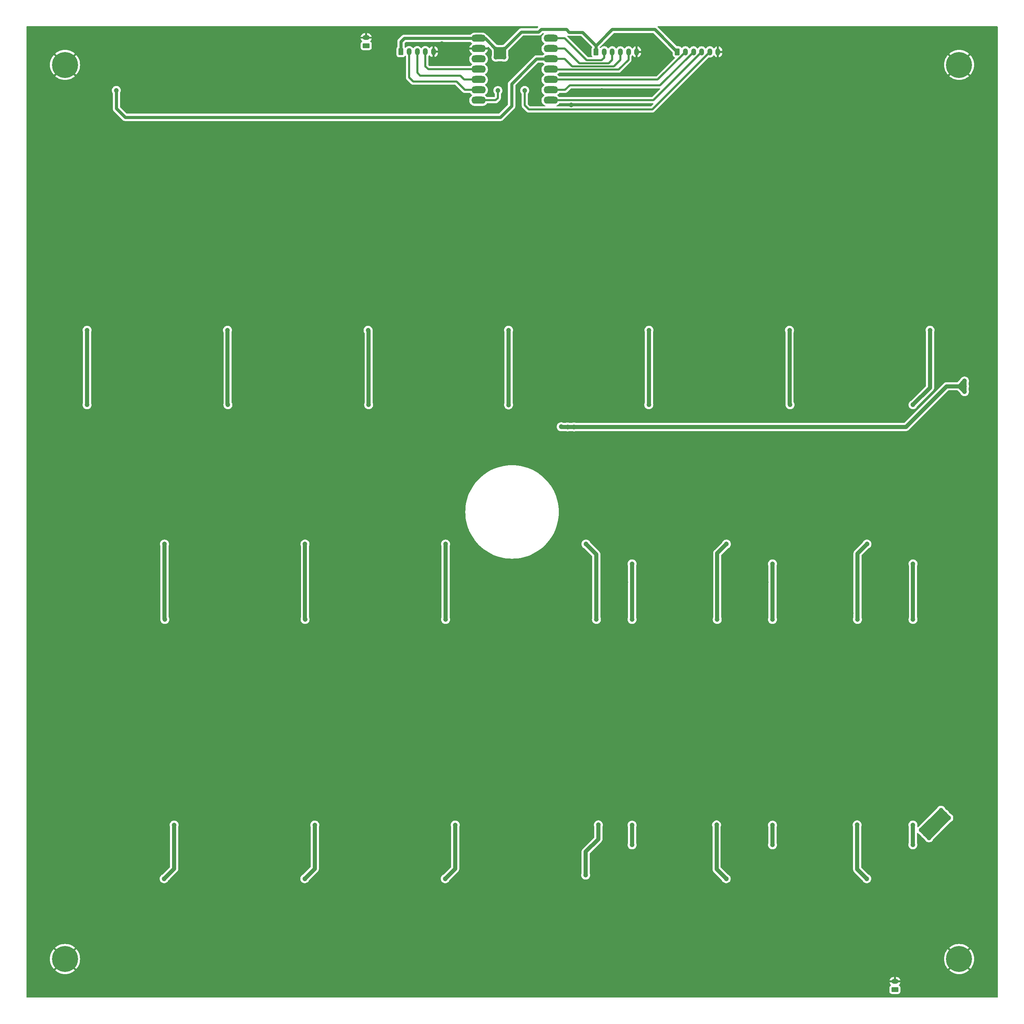
<source format=gbl>
G04 #@! TF.GenerationSoftware,KiCad,Pcbnew,8.0.5*
G04 #@! TF.CreationDate,2024-10-14T18:30:02-05:00*
G04 #@! TF.ProjectId,morg_grad_cap,6d6f7267-5f67-4726-9164-5f6361702e6b,rev?*
G04 #@! TF.SameCoordinates,Original*
G04 #@! TF.FileFunction,Copper,L2,Bot*
G04 #@! TF.FilePolarity,Positive*
%FSLAX46Y46*%
G04 Gerber Fmt 4.6, Leading zero omitted, Abs format (unit mm)*
G04 Created by KiCad (PCBNEW 8.0.5) date 2024-10-14 18:30:02*
%MOMM*%
%LPD*%
G01*
G04 APERTURE LIST*
G04 Aperture macros list*
%AMRoundRect*
0 Rectangle with rounded corners*
0 $1 Rounding radius*
0 $2 $3 $4 $5 $6 $7 $8 $9 X,Y pos of 4 corners*
0 Add a 4 corners polygon primitive as box body*
4,1,4,$2,$3,$4,$5,$6,$7,$8,$9,$2,$3,0*
0 Add four circle primitives for the rounded corners*
1,1,$1+$1,$2,$3*
1,1,$1+$1,$4,$5*
1,1,$1+$1,$6,$7*
1,1,$1+$1,$8,$9*
0 Add four rect primitives between the rounded corners*
20,1,$1+$1,$2,$3,$4,$5,0*
20,1,$1+$1,$4,$5,$6,$7,0*
20,1,$1+$1,$6,$7,$8,$9,0*
20,1,$1+$1,$8,$9,$2,$3,0*%
G04 Aperture macros list end*
G04 #@! TA.AperFunction,ComponentPad*
%ADD10O,1.750000X1.200000*%
G04 #@! TD*
G04 #@! TA.AperFunction,ComponentPad*
%ADD11RoundRect,0.250000X0.625000X-0.350000X0.625000X0.350000X-0.625000X0.350000X-0.625000X-0.350000X0*%
G04 #@! TD*
G04 #@! TA.AperFunction,ComponentPad*
%ADD12C,6.400000*%
G04 #@! TD*
G04 #@! TA.AperFunction,ComponentPad*
%ADD13O,1.200000X1.750000*%
G04 #@! TD*
G04 #@! TA.AperFunction,ComponentPad*
%ADD14RoundRect,0.250000X-0.350000X-0.625000X0.350000X-0.625000X0.350000X0.625000X-0.350000X0.625000X0*%
G04 #@! TD*
G04 #@! TA.AperFunction,SMDPad,CuDef*
%ADD15O,3.556000X1.778000*%
G04 #@! TD*
G04 #@! TA.AperFunction,ViaPad*
%ADD16C,1.200000*%
G04 #@! TD*
G04 #@! TA.AperFunction,Conductor*
%ADD17C,1.000000*%
G04 #@! TD*
G04 #@! TA.AperFunction,Conductor*
%ADD18C,0.800000*%
G04 #@! TD*
G04 #@! TA.AperFunction,Conductor*
%ADD19C,0.500000*%
G04 #@! TD*
G04 APERTURE END LIST*
D10*
X214210001Y-235520000D03*
D11*
X214210001Y-237520000D03*
D12*
X230000000Y-10000000D03*
X230000000Y-230000000D03*
X10000000Y-10000000D03*
X10000000Y-230000000D03*
D13*
X150650000Y-6790000D03*
X148650003Y-6789999D03*
X146650002Y-6790000D03*
X144650001Y-6789999D03*
X142650001Y-6789999D03*
D14*
X140650001Y-6789999D03*
X160649999Y-6789999D03*
D13*
X162649999Y-6789999D03*
X164649999Y-6789999D03*
X166650000Y-6790000D03*
X168650001Y-6789999D03*
X170649998Y-6790000D03*
D15*
X129539999Y-3459998D03*
X129539999Y-6000002D03*
X129539999Y-8539999D03*
X129540002Y-11080002D03*
X129539999Y-13620000D03*
X129540001Y-16160004D03*
X129540002Y-18700002D03*
X111760000Y-18700000D03*
X111760000Y-16159999D03*
X111759999Y-13620001D03*
X111759998Y-11080001D03*
X111759993Y-8540000D03*
X111759999Y-6000001D03*
X111760000Y-3460001D03*
D11*
X84100000Y-5300000D03*
D10*
X84100000Y-3300000D03*
D14*
X92660000Y-6750000D03*
D13*
X94660000Y-6750000D03*
X96660000Y-6750000D03*
X98660001Y-6750001D03*
X100660002Y-6750000D03*
D16*
X149532842Y-201920000D03*
X149532842Y-197074124D03*
X184102842Y-201920000D03*
X184102842Y-197074124D03*
X218640000Y-201890000D03*
X137284842Y-4800001D03*
X171859338Y-4800000D03*
X33575168Y-4800000D03*
X102720012Y-4800001D03*
X68150338Y-4800000D03*
X206434837Y-4800001D03*
X235190001Y-102720338D03*
X235190000Y-68145843D03*
X235190000Y-206430013D03*
X235190000Y-137285168D03*
X235190000Y-171854843D03*
X235190000Y-33570343D03*
X4870001Y-102715150D03*
X4870000Y-68140655D03*
X4870000Y-206424825D03*
X4870000Y-137279980D03*
X4870000Y-171849655D03*
X4870000Y-33565155D03*
X137279675Y-231480001D03*
X171854171Y-231480000D03*
X33570001Y-231480000D03*
X102714845Y-231480001D03*
X68145171Y-231480000D03*
X206429670Y-231480001D03*
X134289674Y-198600001D03*
X168694501Y-201049999D03*
X30580000Y-198600000D03*
X99724844Y-198600001D03*
X65155170Y-198600000D03*
X203270000Y-201050000D03*
X134289674Y-182530001D03*
X168864170Y-182530000D03*
X30580000Y-182530000D03*
X99724844Y-182530001D03*
X65155170Y-182530000D03*
X203439669Y-182530001D03*
X134279674Y-144920001D03*
X30570000Y-144920000D03*
X203429669Y-144920001D03*
X65145170Y-144920000D03*
X168854170Y-144920000D03*
X99714844Y-144920001D03*
X134279674Y-95230001D03*
X30570000Y-95230000D03*
X203429669Y-95230001D03*
X65145170Y-95230000D03*
X168854170Y-95230000D03*
X99714844Y-95230001D03*
X134589674Y-40260001D03*
X100024844Y-40260001D03*
X65455170Y-40260000D03*
X169164170Y-40260000D03*
X30880000Y-40260000D03*
X203739669Y-40260001D03*
X65445170Y-25850000D03*
X100014844Y-25850001D03*
X203729669Y-25850001D03*
X30870000Y-25850000D03*
X169154170Y-25850000D03*
X65445170Y-20850000D03*
X100014844Y-20850001D03*
X203729669Y-20850001D03*
X30870000Y-20850000D03*
X134580000Y-19860000D03*
X169154170Y-20850000D03*
X223020000Y-22180000D03*
X53447677Y-29060003D03*
X88017351Y-29060004D03*
X191732176Y-29060004D03*
X18872507Y-29060003D03*
X125220000Y-29040000D03*
X157156677Y-29060003D03*
X65365170Y-46340000D03*
X99934844Y-46340001D03*
X203649669Y-46340001D03*
X30790000Y-46340000D03*
X134504506Y-46339999D03*
X169074170Y-46340000D03*
X226298992Y-72730004D03*
X53444841Y-72730004D03*
X88014515Y-72730005D03*
X191729340Y-72730005D03*
X18869671Y-72730004D03*
X122584177Y-72730003D03*
X157153841Y-72730004D03*
X65135170Y-90020000D03*
X99704844Y-90020001D03*
X203419667Y-90020001D03*
X30560000Y-90020000D03*
X134274506Y-90020000D03*
X168844170Y-90020000D03*
X139725255Y-97306912D03*
X223356932Y-96077641D03*
X155441575Y-95754745D03*
X190011276Y-95754745D03*
X88737487Y-98205317D03*
X124910000Y-98200000D03*
X54167791Y-98205244D03*
X19597454Y-98199405D03*
X30268078Y-124570588D03*
X99408167Y-124574811D03*
X64838414Y-124574759D03*
X168547406Y-124574756D03*
X203117741Y-124580595D03*
X224577329Y-130890000D03*
X190007677Y-130890001D03*
X155432178Y-130890000D03*
X226301492Y-141860000D03*
X53447341Y-141900003D03*
X88017015Y-141900004D03*
X191731840Y-141860001D03*
X18872171Y-141900003D03*
X122586677Y-141900002D03*
X157156341Y-141860000D03*
X169260982Y-150049995D03*
X134691308Y-150049994D03*
X30976483Y-150049994D03*
X203836152Y-150049995D03*
X100121646Y-150049996D03*
X65551982Y-150049995D03*
X226301492Y-176440003D03*
X191731840Y-176440004D03*
X18872171Y-176440003D03*
X53447341Y-176440003D03*
X157156341Y-176440003D03*
X122586677Y-176440002D03*
X88017015Y-176440004D03*
X30982337Y-193739996D03*
X203842007Y-193739998D03*
X169266836Y-193739997D03*
X65557836Y-193739996D03*
X100127500Y-193739997D03*
X131870000Y-193730000D03*
X191727008Y-201910004D03*
X18867339Y-201910003D03*
X53442509Y-201910003D03*
X157151509Y-201910003D03*
X122581845Y-201910002D03*
X88012183Y-201910004D03*
X30960330Y-219189998D03*
X65535829Y-219189998D03*
X100105493Y-219189999D03*
X134675154Y-219189997D03*
X169244829Y-219189999D03*
X203820000Y-219190000D03*
X218540000Y-195370000D03*
X145020000Y-198660000D03*
X139640000Y-199800000D03*
X134300000Y-200790000D03*
X176779328Y-223713823D03*
X73070336Y-223713826D03*
X142209630Y-223713748D03*
X38500000Y-223709655D03*
X211349663Y-223719662D03*
X107640089Y-223713878D03*
X147192807Y-206423156D03*
X45990336Y-206428996D03*
X115129630Y-206428918D03*
X11420000Y-206424825D03*
X181763142Y-206428995D03*
X80560089Y-206429048D03*
X216560000Y-206420000D03*
X218836185Y-171846841D03*
X216740000Y-137290000D03*
X218856185Y-68166841D03*
X218847033Y-33579528D03*
X38350000Y-16285168D03*
X142059630Y-16289261D03*
X72920336Y-16289339D03*
X211199663Y-16295175D03*
X176629328Y-16289336D03*
X80570089Y-33564223D03*
X11430000Y-33560000D03*
X115139630Y-33564093D03*
X46000336Y-33564171D03*
X184279663Y-33570007D03*
X149709328Y-33564168D03*
X107550089Y-50864902D03*
X38410000Y-50860679D03*
X142119630Y-50864772D03*
X72980336Y-50864850D03*
X211259663Y-50870686D03*
X176689328Y-50864847D03*
X80560089Y-68144223D03*
X11420000Y-68140000D03*
X115129630Y-68144093D03*
X45990336Y-68144171D03*
X184269663Y-68150007D03*
X149699328Y-68144168D03*
X107690089Y-85434223D03*
X38550000Y-85430000D03*
X142259630Y-85434093D03*
X73120336Y-85434171D03*
X211399663Y-85440007D03*
X176829328Y-85434168D03*
X80499753Y-102730052D03*
X11359664Y-102725829D03*
X115069294Y-102729922D03*
X45930000Y-102730000D03*
X184209327Y-102735836D03*
X149638992Y-102729997D03*
X38560000Y-120000000D03*
X142269630Y-120004093D03*
X73130336Y-120004171D03*
X211409663Y-120010007D03*
X176839328Y-120004168D03*
X80629753Y-137290052D03*
X11489664Y-137285829D03*
X115199294Y-137289922D03*
X46060000Y-137290000D03*
X182560000Y-137295836D03*
X147990000Y-137289997D03*
X107630089Y-154554223D03*
X38490000Y-154550000D03*
X142199630Y-154554093D03*
X73060336Y-154554171D03*
X211339663Y-154560007D03*
X176769328Y-154554168D03*
X80329753Y-171850052D03*
X11189664Y-171845829D03*
X114899294Y-171849922D03*
X45760000Y-171850000D03*
X184039327Y-171855836D03*
X149468992Y-171849997D03*
X107820089Y-189114223D03*
X38680000Y-189110000D03*
X142389630Y-189114093D03*
X73250336Y-189114171D03*
X211529663Y-189120007D03*
X176959328Y-189114168D03*
X204900000Y-197010000D03*
X170320000Y-197010000D03*
X36864837Y-197039999D03*
X34410000Y-210250000D03*
X71444837Y-197039999D03*
X106010000Y-197040000D03*
X149520651Y-132790000D03*
X184090300Y-132790000D03*
X184080300Y-146447954D03*
X218660000Y-132790000D03*
X205010000Y-146447954D03*
X34550000Y-146447954D03*
X69070000Y-146440000D03*
X103640000Y-146447954D03*
X140760000Y-146447954D03*
X170480000Y-146447954D03*
X207328359Y-127900745D03*
X172758659Y-127900668D03*
X138189010Y-127900664D03*
X103619324Y-127900675D03*
X69049666Y-127900668D03*
X34479998Y-127900665D03*
X207269670Y-210250002D03*
X172694499Y-210250001D03*
X103555163Y-210250001D03*
X68985499Y-210250000D03*
X141230000Y-197010000D03*
X138124824Y-209379999D03*
X218650000Y-93640000D03*
X188410000Y-93632315D03*
X153640000Y-93632315D03*
X119137514Y-93652486D03*
X84710000Y-93632315D03*
X50080000Y-93632315D03*
X15420000Y-93632315D03*
X15445000Y-75290001D03*
X49991670Y-75290000D03*
X84561357Y-75290000D03*
X119131007Y-75290001D03*
X153700706Y-75290000D03*
X188270252Y-75290003D03*
X222840000Y-75290000D03*
X135260000Y-99090000D03*
X133665000Y-99090000D03*
X132070000Y-99040000D03*
X231340000Y-90390000D03*
X231340000Y-89085000D03*
X231340000Y-87780000D03*
X117050000Y-4310000D03*
X123830000Y-5400000D03*
X128650000Y-200910000D03*
X225560000Y-193390000D03*
X226510000Y-194335000D03*
X227460000Y-195280000D03*
X222590000Y-200180000D03*
X221640000Y-199235000D03*
X220690000Y-198290000D03*
X123120000Y-16300000D03*
X116510000Y-16310000D03*
X22630000Y-16280000D03*
X132390329Y-223709994D03*
X97820667Y-223710009D03*
X116040000Y-6110002D03*
X118040000Y-6110000D03*
X118040001Y-8109999D03*
X116040000Y-8109999D03*
X218640000Y-197044124D03*
X149510000Y-146447954D03*
X218650000Y-146447954D03*
X28675500Y-223711006D03*
X63245838Y-223715178D03*
X201525166Y-223721014D03*
X166954829Y-223715177D03*
X132385467Y-189134423D03*
X97815926Y-189134553D03*
X28675837Y-189130330D03*
X21174500Y-206428996D03*
X63246173Y-189134501D03*
X124884128Y-206433086D03*
X194023478Y-206433166D03*
X228593825Y-206439010D03*
X90314585Y-206433217D03*
X201525500Y-189140337D03*
X166955165Y-189134498D03*
X159453830Y-206433163D03*
X55744836Y-206433164D03*
X132390172Y-154564345D03*
X97820631Y-154564475D03*
X28680542Y-154560252D03*
X21185171Y-171843476D03*
X63250878Y-154564423D03*
X124894805Y-171847566D03*
X194034149Y-171847646D03*
X228604500Y-171853491D03*
X90325257Y-171847696D03*
X201530205Y-154570259D03*
X166959870Y-154564420D03*
X159464503Y-171847641D03*
X55755509Y-171847643D03*
X28685500Y-120001006D03*
X21185811Y-137285036D03*
X124895439Y-137289126D03*
X194034789Y-137289206D03*
X228605136Y-137295050D03*
X90325896Y-137289257D03*
X201535166Y-120011014D03*
X166964829Y-120005177D03*
X159465141Y-137289203D03*
X55756147Y-137289204D03*
X132395130Y-85435099D03*
X97825587Y-85435228D03*
X28685500Y-85431006D03*
X21184500Y-102718996D03*
X63255837Y-85435178D03*
X124894128Y-102723086D03*
X194033478Y-102723166D03*
X228603825Y-102729010D03*
X90324585Y-102723217D03*
X201535166Y-85441014D03*
X166964829Y-85435177D03*
X159463830Y-102723163D03*
X55754836Y-102723164D03*
X132395130Y-50865099D03*
X97825587Y-50865228D03*
X28685500Y-50861006D03*
X21184500Y-68148996D03*
X63255838Y-50865178D03*
X124894128Y-68153086D03*
X194033478Y-68153166D03*
X228603826Y-68159010D03*
X90324585Y-68153217D03*
X201535166Y-50871014D03*
X166964829Y-50865177D03*
X159463830Y-68153163D03*
X55754836Y-68153164D03*
X228603826Y-33579010D03*
X194033478Y-33573166D03*
X159463830Y-33573163D03*
X124894128Y-33573086D03*
X90324585Y-33573217D03*
X55754836Y-33573164D03*
X21184500Y-33568996D03*
X28980000Y-16300000D03*
X63255838Y-16305178D03*
X97825587Y-16305228D03*
X136760000Y-17080000D03*
X201535166Y-16311014D03*
X166964829Y-16305177D03*
X63255838Y-120005178D03*
X97825587Y-120005228D03*
X205539670Y-219180002D03*
X136422346Y-126490000D03*
X135500000Y-25849999D03*
D17*
X132120000Y-99090000D02*
X132070000Y-99040000D01*
X135260000Y-99090000D02*
X132120000Y-99090000D01*
X149532842Y-197074124D02*
X149532842Y-201920000D01*
X184102842Y-197074124D02*
X184102842Y-201920000D01*
X218640000Y-197044124D02*
X218640000Y-201890000D01*
D18*
X22630000Y-20700000D02*
X22630000Y-16280000D01*
X24840000Y-22910000D02*
X22630000Y-20700000D01*
X117120000Y-22910000D02*
X24840000Y-22910000D01*
X119910000Y-20120000D02*
X117120000Y-22910000D01*
X126020001Y-8539999D02*
X119910000Y-14650000D01*
X129539999Y-8539999D02*
X126020001Y-8539999D01*
X119910000Y-14650000D02*
X119910000Y-20120000D01*
D17*
X204895501Y-207875501D02*
X204895501Y-197009999D01*
X207270000Y-210250000D02*
X204895501Y-207875501D01*
X170320000Y-207875502D02*
X170320000Y-197010000D01*
X172694499Y-210250001D02*
X170320000Y-207875502D01*
X34410000Y-210250000D02*
X36864837Y-207795163D01*
X36864837Y-207795163D02*
X36864837Y-197039999D01*
X68990000Y-210250000D02*
X71444837Y-207795163D01*
X71444837Y-207795163D02*
X71444837Y-197039999D01*
X106010000Y-207795164D02*
X106010000Y-197040000D01*
X103555163Y-210250001D02*
X106010000Y-207795164D01*
X205000000Y-130229104D02*
X207328359Y-127900745D01*
X205000000Y-146437954D02*
X205000000Y-130229104D01*
X205010000Y-146447954D02*
X205000000Y-146437954D01*
X140750000Y-130461654D02*
X138189010Y-127900664D01*
X140750000Y-146437954D02*
X140750000Y-130461654D01*
X140760000Y-146447954D02*
X140750000Y-146437954D01*
X170480000Y-130179327D02*
X172758659Y-127900668D01*
X170480000Y-146447954D02*
X170480000Y-130179327D01*
X149510651Y-146447954D02*
X149510651Y-132800000D01*
X184080300Y-146447954D02*
X184080300Y-132800000D01*
X218650000Y-132800000D02*
X218660000Y-132790000D01*
X218650000Y-146447954D02*
X218650000Y-132800000D01*
X34479998Y-127900665D02*
X34479998Y-146377952D01*
X34479998Y-146377952D02*
X34550000Y-146447954D01*
X69049666Y-146419666D02*
X69070000Y-146440000D01*
X69049666Y-127900668D02*
X69049666Y-146419666D01*
X103619324Y-146427278D02*
X103640000Y-146447954D01*
X103619324Y-127900675D02*
X103619324Y-146427278D01*
X141230000Y-200500000D02*
X141230000Y-197010000D01*
X138124824Y-203605176D02*
X141230000Y-200500000D01*
X138124824Y-209379999D02*
X138124824Y-203605176D01*
X222840000Y-89450000D02*
X218650000Y-93640000D01*
X222840000Y-75290000D02*
X222840000Y-89450000D01*
X188270252Y-93492567D02*
X188410000Y-93632315D01*
X188270252Y-75290003D02*
X188270252Y-93492567D01*
X153700706Y-93571609D02*
X153640000Y-93632315D01*
X153700706Y-75290000D02*
X153700706Y-93571609D01*
X119131007Y-93645979D02*
X119137514Y-93652486D01*
X119131007Y-75290001D02*
X119131007Y-93645979D01*
X15445000Y-93607315D02*
X15420000Y-93632315D01*
X15445000Y-75290001D02*
X15445000Y-93607315D01*
X84710000Y-75438643D02*
X84710000Y-93632315D01*
X84561357Y-75290000D02*
X84710000Y-75438643D01*
X49991670Y-75290000D02*
X49991670Y-93543985D01*
X49991670Y-93543985D02*
X50080000Y-93632315D01*
X228950000Y-89085000D02*
X226935000Y-89085000D01*
X226935000Y-89085000D02*
X216930000Y-99090000D01*
X216930000Y-99090000D02*
X135260000Y-99090000D01*
X230035000Y-89085000D02*
X231340000Y-90390000D01*
X228950000Y-89085000D02*
X230035000Y-89085000D01*
X230035000Y-89085000D02*
X231340000Y-87780000D01*
X231340000Y-89085000D02*
X228950000Y-89085000D01*
X231340000Y-90390000D02*
X231340000Y-87780000D01*
X231350000Y-89050000D02*
X231350000Y-90380000D01*
X231350000Y-90380000D02*
X231360000Y-90390000D01*
D18*
X93479999Y-3460001D02*
X111760000Y-3460001D01*
X92660000Y-4280000D02*
X93479999Y-3460001D01*
X92660000Y-6750000D02*
X92660000Y-4280000D01*
D19*
X94660000Y-13119996D02*
X95670000Y-14129996D01*
X94660000Y-6750000D02*
X94660000Y-13119996D01*
X106339999Y-14129994D02*
X95670000Y-14129996D01*
X96660000Y-11910000D02*
X97400000Y-12650000D01*
X96660000Y-6750000D02*
X96660000Y-11910000D01*
X107269999Y-12650001D02*
X97400000Y-12650000D01*
X98660001Y-10340003D02*
X99400000Y-11080002D01*
X98660001Y-6750001D02*
X98660001Y-10340003D01*
X111760001Y-11080000D02*
X99400000Y-11080002D01*
D17*
X221245000Y-198755000D02*
X225860000Y-194140000D01*
X221155000Y-198755000D02*
X221245000Y-198755000D01*
X221155000Y-198755000D02*
X220690000Y-198290000D01*
X222580000Y-200180000D02*
X221155000Y-198755000D01*
X226950000Y-194780000D02*
X226950000Y-195000000D01*
X226950000Y-194780000D02*
X225560000Y-193390000D01*
X226950000Y-195000000D02*
X222490000Y-199460000D01*
X227450000Y-195280000D02*
X226950000Y-194780000D01*
X227460000Y-195310000D02*
X227460000Y-195280000D01*
X222590000Y-200180000D02*
X227460000Y-195310000D01*
X221640000Y-199205000D02*
X226510000Y-194335000D01*
X221640000Y-199235000D02*
X221640000Y-199205000D01*
X220690000Y-198260000D02*
X225560000Y-193390000D01*
X220690000Y-198290000D02*
X220690000Y-198260000D01*
X222590000Y-200180000D02*
X222580000Y-200180000D01*
D18*
X134020000Y-1960000D02*
X133330000Y-1270000D01*
X137349999Y-1960000D02*
X134020000Y-1960000D01*
X140650000Y-5260001D02*
X137349999Y-1960000D01*
X122260000Y-1890000D02*
X118040000Y-6110000D01*
X126520000Y-1890000D02*
X122260000Y-1890000D01*
X133330000Y-1270000D02*
X127140000Y-1270000D01*
X127140000Y-1270000D02*
X126520000Y-1890000D01*
D19*
X123120000Y-19970000D02*
X123120000Y-16300000D01*
X116500000Y-16320000D02*
X116510000Y-16310000D01*
X116500000Y-18120000D02*
X116500000Y-16320000D01*
X116500000Y-18120000D02*
X115920000Y-18700000D01*
X115920000Y-18700000D02*
X111760000Y-18700000D01*
X154600000Y-20840000D02*
X168650000Y-6789996D01*
X124130000Y-20980000D02*
X154460000Y-20980000D01*
X154460000Y-20980000D02*
X154600000Y-20840000D01*
X123120000Y-19970000D02*
X124130000Y-20980000D01*
X108240001Y-13620000D02*
X107269999Y-12650001D01*
X111759999Y-13620001D02*
X108240001Y-13620000D01*
X108369999Y-16159999D02*
X106339999Y-14129994D01*
X111760007Y-16160000D02*
X108369999Y-16159999D01*
X154740000Y-18700002D02*
X129540002Y-18700000D01*
X166649999Y-6790001D02*
X154740000Y-18700002D01*
X133029998Y-16160002D02*
X129540002Y-16160002D01*
X134179999Y-15010001D02*
X133029998Y-16160002D01*
X156430000Y-15010000D02*
X134179999Y-15010001D01*
X164649996Y-6789997D02*
X156430000Y-15010000D01*
X155820005Y-13619999D02*
X129539999Y-13619997D01*
X162649999Y-6789999D02*
X155820005Y-13619999D01*
D18*
X144639999Y-1269999D02*
X147310003Y-1269998D01*
X140650000Y-5260001D02*
X144639999Y-1269999D01*
X140650001Y-6789999D02*
X140650000Y-5260001D01*
X155130003Y-1269998D02*
X147310003Y-1269998D01*
X160649999Y-6789999D02*
X155130003Y-1269998D01*
X113389997Y-3459998D02*
X116040000Y-6110002D01*
X111760002Y-3460000D02*
X113389997Y-3459998D01*
D19*
X138380001Y-8870001D02*
X132969996Y-3460006D01*
X132969996Y-3460006D02*
X129540002Y-3459999D01*
X142009997Y-8869996D02*
X138380001Y-8870001D01*
X142649999Y-8229999D02*
X142009997Y-8869996D01*
X142649996Y-6789999D02*
X142649999Y-8229999D01*
X132949999Y-6000003D02*
X129540002Y-6000000D01*
X143770000Y-9620000D02*
X136570001Y-9619998D01*
X144650000Y-8740001D02*
X143770000Y-9620000D01*
X136570001Y-9619998D02*
X132949999Y-6000003D01*
X144650000Y-6789996D02*
X144650000Y-8740001D01*
X145040001Y-10380000D02*
X134789999Y-10380001D01*
X134789999Y-10380001D02*
X132950002Y-8540000D01*
X146649999Y-8769999D02*
X145040001Y-10380000D01*
X132950002Y-8540000D02*
X129540000Y-8540000D01*
X146650001Y-6789998D02*
X146649999Y-8769999D01*
X129600002Y-11139999D02*
X129540002Y-11080001D01*
X148649999Y-8740003D02*
X146250002Y-11139999D01*
X146250002Y-11139999D02*
X129600002Y-11139999D01*
X148650003Y-6789998D02*
X148649999Y-8740003D01*
D17*
X116040000Y-6110002D02*
X116040001Y-7219999D01*
X118040001Y-8109999D02*
X116040000Y-6110002D01*
X118040001Y-8109999D02*
X118040000Y-6110000D01*
X116040000Y-8109999D02*
X116040000Y-6110002D01*
X111790003Y-3489999D02*
X111760002Y-3460000D01*
X118040000Y-6110000D02*
X116040000Y-8109999D01*
X116040000Y-6110002D02*
X118040000Y-6110000D01*
X118040001Y-8109999D02*
X116040000Y-8109999D01*
G04 #@! TA.AperFunction,Conductor*
G36*
X126403678Y-520185D02*
G01*
X126449433Y-572989D01*
X126459377Y-642147D01*
X126430352Y-705703D01*
X126424320Y-712181D01*
X126183319Y-953181D01*
X126121996Y-986666D01*
X126095638Y-989500D01*
X122171303Y-989500D01*
X121997341Y-1024103D01*
X121997329Y-1024106D01*
X121915392Y-1058045D01*
X121915393Y-1058046D01*
X121833455Y-1091985D01*
X121685965Y-1190535D01*
X121685964Y-1190537D01*
X117877822Y-4998676D01*
X117816499Y-5032161D01*
X117812928Y-5032883D01*
X117737548Y-5046974D01*
X117737538Y-5046977D01*
X117597761Y-5101127D01*
X117552968Y-5109500D01*
X116527028Y-5109500D01*
X116482235Y-5101127D01*
X116342461Y-5046979D01*
X116342450Y-5046976D01*
X116267069Y-5032884D01*
X116204788Y-5001215D01*
X116202175Y-4998677D01*
X113964038Y-2760538D01*
X113964034Y-2760535D01*
X113964033Y-2760534D01*
X113930829Y-2738348D01*
X113930827Y-2738346D01*
X113822709Y-2666104D01*
X113816543Y-2661984D01*
X113816541Y-2661983D01*
X113806192Y-2657696D01*
X113753330Y-2616021D01*
X113737406Y-2594104D01*
X113708852Y-2554802D01*
X113554199Y-2400149D01*
X113554193Y-2400143D01*
X113377260Y-2271596D01*
X113377259Y-2271595D01*
X113377257Y-2271594D01*
X113289904Y-2227085D01*
X113182383Y-2172299D01*
X113182380Y-2172298D01*
X112974376Y-2104715D01*
X112758361Y-2070501D01*
X112758356Y-2070501D01*
X110761644Y-2070501D01*
X110761639Y-2070501D01*
X110545623Y-2104715D01*
X110337619Y-2172298D01*
X110337616Y-2172299D01*
X110142739Y-2271596D01*
X109965806Y-2400143D01*
X109965802Y-2400147D01*
X109842768Y-2523182D01*
X109781445Y-2556667D01*
X109755087Y-2559501D01*
X93391303Y-2559501D01*
X93217338Y-2594104D01*
X93217322Y-2594109D01*
X93101452Y-2642103D01*
X93101453Y-2642104D01*
X93053453Y-2661987D01*
X92939172Y-2738348D01*
X92939171Y-2738348D01*
X92905968Y-2760533D01*
X92905960Y-2760539D01*
X91960533Y-3705966D01*
X91949379Y-3722662D01*
X91949378Y-3722664D01*
X91861989Y-3853448D01*
X91848278Y-3886550D01*
X91794105Y-4017333D01*
X91794103Y-4017341D01*
X91760106Y-4188253D01*
X91760107Y-4188254D01*
X91759500Y-4191306D01*
X91759500Y-5562770D01*
X91739815Y-5629809D01*
X91723181Y-5650451D01*
X91717289Y-5656342D01*
X91625187Y-5805663D01*
X91625185Y-5805668D01*
X91611931Y-5845667D01*
X91570001Y-5972203D01*
X91570001Y-5972204D01*
X91570000Y-5972204D01*
X91559500Y-6074983D01*
X91559500Y-7425001D01*
X91559501Y-7425018D01*
X91570000Y-7527796D01*
X91570001Y-7527799D01*
X91625185Y-7694331D01*
X91625187Y-7694336D01*
X91648870Y-7732732D01*
X91717288Y-7843656D01*
X91841344Y-7967712D01*
X91990666Y-8059814D01*
X92157203Y-8114999D01*
X92259991Y-8125500D01*
X93060008Y-8125499D01*
X93060016Y-8125498D01*
X93060019Y-8125498D01*
X93121848Y-8119182D01*
X93162797Y-8114999D01*
X93329334Y-8059814D01*
X93478656Y-7967712D01*
X93602712Y-7843656D01*
X93642310Y-7779456D01*
X93694258Y-7732732D01*
X93763220Y-7721509D01*
X93827303Y-7749352D01*
X93835530Y-7756872D01*
X93873181Y-7794523D01*
X93906666Y-7855846D01*
X93909500Y-7882204D01*
X93909500Y-13193914D01*
X93909500Y-13193916D01*
X93909499Y-13193916D01*
X93938340Y-13338903D01*
X93938343Y-13338913D01*
X93994914Y-13475488D01*
X93994915Y-13475490D01*
X93994916Y-13475491D01*
X94018400Y-13510638D01*
X94018404Y-13510643D01*
X94018405Y-13510646D01*
X94077046Y-13598410D01*
X94077052Y-13598417D01*
X95191584Y-14712948D01*
X95191586Y-14712950D01*
X95221058Y-14732641D01*
X95265268Y-14762180D01*
X95265270Y-14762183D01*
X95265271Y-14762183D01*
X95314496Y-14795075D01*
X95314503Y-14795079D01*
X95314504Y-14795079D01*
X95314505Y-14795080D01*
X95346682Y-14808408D01*
X95451088Y-14851655D01*
X95554894Y-14872303D01*
X95584111Y-14878114D01*
X95595849Y-14881676D01*
X95608062Y-14882879D01*
X95617859Y-14884827D01*
X95626098Y-14881329D01*
X95640450Y-14880496D01*
X95795274Y-14880496D01*
X95795277Y-14880494D01*
X105977768Y-14880494D01*
X106044807Y-14900179D01*
X106065449Y-14916813D01*
X107199271Y-16050637D01*
X107787047Y-16638414D01*
X107787048Y-16638415D01*
X107842012Y-16693379D01*
X107891584Y-16742951D01*
X108014497Y-16825079D01*
X108014510Y-16825086D01*
X108148360Y-16880528D01*
X108151086Y-16881657D01*
X108151090Y-16881657D01*
X108151091Y-16881658D01*
X108296078Y-16910499D01*
X108296081Y-16910499D01*
X109635572Y-16910499D01*
X109702611Y-16930184D01*
X109735888Y-16961611D01*
X109803433Y-17054579D01*
X109811148Y-17065198D01*
X109965806Y-17219856D01*
X110116969Y-17329681D01*
X110159635Y-17385010D01*
X110165614Y-17454624D01*
X110133009Y-17516419D01*
X110116969Y-17530317D01*
X109965807Y-17640142D01*
X109965802Y-17640146D01*
X109811142Y-17794806D01*
X109682595Y-17971739D01*
X109583298Y-18166616D01*
X109583297Y-18166619D01*
X109515714Y-18374623D01*
X109481500Y-18590638D01*
X109481500Y-18809361D01*
X109515714Y-19025376D01*
X109583297Y-19233380D01*
X109583298Y-19233383D01*
X109650404Y-19365083D01*
X109679477Y-19422142D01*
X109682595Y-19428260D01*
X109811142Y-19605193D01*
X109965806Y-19759857D01*
X110131374Y-19880147D01*
X110142743Y-19888407D01*
X110270132Y-19953315D01*
X110337616Y-19987701D01*
X110337619Y-19987702D01*
X110441621Y-20021493D01*
X110545625Y-20055286D01*
X110645672Y-20071132D01*
X110761639Y-20089500D01*
X110761644Y-20089500D01*
X112758361Y-20089500D01*
X112863082Y-20072912D01*
X112974375Y-20055286D01*
X113182383Y-19987701D01*
X113377257Y-19888407D01*
X113476601Y-19816229D01*
X113554193Y-19759857D01*
X113554195Y-19759854D01*
X113554199Y-19759852D01*
X113708852Y-19605199D01*
X113784111Y-19501613D01*
X113839439Y-19458949D01*
X113884428Y-19450500D01*
X115993920Y-19450500D01*
X116105738Y-19428257D01*
X116138913Y-19421658D01*
X116275495Y-19365084D01*
X116324729Y-19332186D01*
X116398416Y-19282952D01*
X117082952Y-18598416D01*
X117132186Y-18524729D01*
X117165084Y-18475495D01*
X117221658Y-18338913D01*
X117250500Y-18193918D01*
X117250500Y-17178854D01*
X117270185Y-17111815D01*
X117290962Y-17087216D01*
X117326764Y-17054579D01*
X117449673Y-16891821D01*
X117540582Y-16709250D01*
X117596397Y-16513083D01*
X117615215Y-16310000D01*
X117596397Y-16106917D01*
X117540582Y-15910750D01*
X117536298Y-15902147D01*
X117465767Y-15760500D01*
X117449673Y-15728179D01*
X117326764Y-15565421D01*
X117326762Y-15565418D01*
X117176041Y-15428019D01*
X117176039Y-15428017D01*
X117002642Y-15320655D01*
X117002635Y-15320651D01*
X116832678Y-15254810D01*
X116812456Y-15246976D01*
X116611976Y-15209500D01*
X116408024Y-15209500D01*
X116207544Y-15246976D01*
X116207541Y-15246976D01*
X116207541Y-15246977D01*
X116017364Y-15320651D01*
X116017357Y-15320655D01*
X115843960Y-15428017D01*
X115843958Y-15428019D01*
X115693237Y-15565418D01*
X115570327Y-15728178D01*
X115479422Y-15910739D01*
X115479417Y-15910752D01*
X115423602Y-16106917D01*
X115404785Y-16309999D01*
X115404785Y-16310000D01*
X115423602Y-16513082D01*
X115479417Y-16709247D01*
X115479422Y-16709260D01*
X115555389Y-16861821D01*
X115570327Y-16891821D01*
X115693236Y-17054579D01*
X115709036Y-17068983D01*
X115745319Y-17128692D01*
X115749500Y-17160621D01*
X115749500Y-17757770D01*
X115729815Y-17824809D01*
X115713181Y-17845451D01*
X115645451Y-17913181D01*
X115584128Y-17946666D01*
X115557770Y-17949500D01*
X113884428Y-17949500D01*
X113817389Y-17929815D01*
X113784111Y-17898387D01*
X113708852Y-17794801D01*
X113554199Y-17640148D01*
X113554197Y-17640146D01*
X113554192Y-17640142D01*
X113403030Y-17530317D01*
X113360364Y-17474988D01*
X113354385Y-17405374D01*
X113386990Y-17343579D01*
X113403023Y-17329685D01*
X113554199Y-17219851D01*
X113708852Y-17065198D01*
X113708854Y-17065194D01*
X113708857Y-17065192D01*
X113784107Y-16961618D01*
X113837407Y-16888256D01*
X113936701Y-16693382D01*
X114004286Y-16485374D01*
X114021912Y-16374081D01*
X114038500Y-16269360D01*
X114038500Y-16050637D01*
X114016341Y-15910739D01*
X114004286Y-15834624D01*
X113959953Y-15698178D01*
X113936702Y-15626618D01*
X113936701Y-15626615D01*
X113890233Y-15535418D01*
X113837407Y-15431742D01*
X113794860Y-15373180D01*
X113708857Y-15254805D01*
X113554193Y-15100141D01*
X113403031Y-14990317D01*
X113360365Y-14934988D01*
X113354386Y-14865374D01*
X113386991Y-14803579D01*
X113403026Y-14789684D01*
X113537755Y-14691799D01*
X113554194Y-14679856D01*
X113554194Y-14679855D01*
X113554198Y-14679853D01*
X113708851Y-14525200D01*
X113708855Y-14525195D01*
X113708856Y-14525194D01*
X113784109Y-14421615D01*
X113837406Y-14348258D01*
X113936700Y-14153384D01*
X114004285Y-13945376D01*
X114021911Y-13834083D01*
X114038499Y-13729362D01*
X114038499Y-13510639D01*
X114014609Y-13359810D01*
X114004285Y-13294626D01*
X113936700Y-13086619D01*
X113936700Y-13086617D01*
X113902314Y-13019133D01*
X113837406Y-12891744D01*
X113821245Y-12869500D01*
X113708856Y-12714807D01*
X113554196Y-12560147D01*
X113554191Y-12560143D01*
X113403029Y-12450318D01*
X113360363Y-12394989D01*
X113354384Y-12325375D01*
X113386989Y-12263580D01*
X113403020Y-12249688D01*
X113554197Y-12139853D01*
X113708850Y-11985200D01*
X113708854Y-11985195D01*
X113708855Y-11985194D01*
X113765227Y-11907602D01*
X113837405Y-11808258D01*
X113936699Y-11613384D01*
X114004284Y-11405376D01*
X114021910Y-11294083D01*
X114038498Y-11189362D01*
X114038498Y-10970639D01*
X114017581Y-10838583D01*
X114004284Y-10754626D01*
X113936699Y-10546619D01*
X113936699Y-10546617D01*
X113849085Y-10374668D01*
X113837405Y-10351744D01*
X113784108Y-10278386D01*
X113708855Y-10174807D01*
X113554195Y-10020147D01*
X113554190Y-10020143D01*
X113403025Y-9910316D01*
X113360359Y-9854987D01*
X113354380Y-9785373D01*
X113386985Y-9723578D01*
X113403020Y-9709683D01*
X113554185Y-9599857D01*
X113554188Y-9599855D01*
X113554188Y-9599854D01*
X113554192Y-9599852D01*
X113708845Y-9445199D01*
X113708849Y-9445194D01*
X113708850Y-9445193D01*
X113784102Y-9341616D01*
X113837400Y-9268257D01*
X113936694Y-9073383D01*
X114004279Y-8865375D01*
X114025233Y-8733079D01*
X114038493Y-8649361D01*
X114038493Y-8430638D01*
X114004350Y-8215075D01*
X114004279Y-8214625D01*
X113970284Y-8109998D01*
X113936695Y-8006619D01*
X113936694Y-8006616D01*
X113893682Y-7922202D01*
X113837400Y-7811743D01*
X113821240Y-7789500D01*
X113708850Y-7634806D01*
X113554190Y-7480146D01*
X113554185Y-7480142D01*
X113402602Y-7370011D01*
X113359936Y-7314681D01*
X113353957Y-7245068D01*
X113386562Y-7183273D01*
X113402602Y-7169375D01*
X113553866Y-7059476D01*
X113708470Y-6904872D01*
X113708474Y-6904867D01*
X113836975Y-6727999D01*
X113936236Y-6533192D01*
X113936237Y-6533189D01*
X114003797Y-6325259D01*
X114015717Y-6250001D01*
X109504281Y-6250001D01*
X109516200Y-6325259D01*
X109583760Y-6533189D01*
X109583761Y-6533192D01*
X109683022Y-6727999D01*
X109811523Y-6904867D01*
X109811527Y-6904872D01*
X109966127Y-7059472D01*
X109966132Y-7059476D01*
X110117389Y-7169371D01*
X110160055Y-7224701D01*
X110166034Y-7294314D01*
X110133428Y-7356109D01*
X110117389Y-7370007D01*
X109965800Y-7480142D01*
X109965795Y-7480146D01*
X109811135Y-7634806D01*
X109682588Y-7811739D01*
X109583291Y-8006616D01*
X109583290Y-8006619D01*
X109515707Y-8214623D01*
X109481493Y-8430638D01*
X109481493Y-8649361D01*
X109515707Y-8865376D01*
X109583290Y-9073380D01*
X109583291Y-9073383D01*
X109682588Y-9268260D01*
X109811135Y-9445193D01*
X109965799Y-9599857D01*
X110116965Y-9709684D01*
X110159631Y-9765013D01*
X110165610Y-9834627D01*
X110133005Y-9896422D01*
X110116965Y-9910320D01*
X109965805Y-10020143D01*
X109965800Y-10020147D01*
X109811148Y-10174799D01*
X109811141Y-10174808D01*
X109735886Y-10278386D01*
X109680556Y-10321052D01*
X109635569Y-10329500D01*
X99762228Y-10329500D01*
X99695189Y-10309815D01*
X99674547Y-10293181D01*
X99446820Y-10065454D01*
X99413335Y-10004131D01*
X99410501Y-9977773D01*
X99410501Y-7882205D01*
X99430186Y-7815166D01*
X99446820Y-7794524D01*
X99471529Y-7769815D01*
X99499415Y-7741929D01*
X99559993Y-7658549D01*
X99615321Y-7615885D01*
X99684935Y-7609906D01*
X99746730Y-7642511D01*
X99760628Y-7658551D01*
X99820963Y-7741595D01*
X99820967Y-7741600D01*
X99943399Y-7864032D01*
X100083477Y-7965804D01*
X100237746Y-8044408D01*
X100402417Y-8097914D01*
X100402416Y-8097914D01*
X100410001Y-8099115D01*
X100410002Y-8099114D01*
X100410002Y-7030330D01*
X100429747Y-7050075D01*
X100515257Y-7099444D01*
X100610632Y-7125000D01*
X100709372Y-7125000D01*
X100804747Y-7099444D01*
X100890257Y-7050075D01*
X100910002Y-7030330D01*
X100910002Y-8099115D01*
X100917586Y-8097914D01*
X101082257Y-8044408D01*
X101236526Y-7965804D01*
X101376604Y-7864032D01*
X101499034Y-7741602D01*
X101600806Y-7601524D01*
X101679410Y-7447257D01*
X101732916Y-7282584D01*
X101760002Y-7111571D01*
X101760002Y-7000000D01*
X100940332Y-7000000D01*
X100960077Y-6980255D01*
X101009446Y-6894745D01*
X101035002Y-6799370D01*
X101035002Y-6700630D01*
X101009446Y-6605255D01*
X100960077Y-6519745D01*
X100940332Y-6500000D01*
X101760002Y-6500000D01*
X101760002Y-6388428D01*
X101732916Y-6217415D01*
X101679410Y-6052742D01*
X101600806Y-5898475D01*
X101499034Y-5758397D01*
X101376604Y-5635967D01*
X101236526Y-5534195D01*
X101082259Y-5455591D01*
X100917591Y-5402087D01*
X100917583Y-5402085D01*
X100910002Y-5400884D01*
X100910002Y-6469670D01*
X100890257Y-6449925D01*
X100804747Y-6400556D01*
X100709372Y-6375000D01*
X100610632Y-6375000D01*
X100515257Y-6400556D01*
X100429747Y-6449925D01*
X100410002Y-6469670D01*
X100410002Y-5400884D01*
X100410001Y-5400884D01*
X100402420Y-5402085D01*
X100402412Y-5402087D01*
X100237744Y-5455591D01*
X100083477Y-5534195D01*
X99943399Y-5635967D01*
X99820967Y-5758399D01*
X99820963Y-5758404D01*
X99760628Y-5841449D01*
X99705298Y-5884115D01*
X99635685Y-5890094D01*
X99573890Y-5857488D01*
X99559992Y-5841450D01*
X99559684Y-5841026D01*
X99499415Y-5758073D01*
X99376929Y-5635587D01*
X99236789Y-5533769D01*
X99105371Y-5466809D01*
X99082448Y-5455129D01*
X99082447Y-5455128D01*
X99082446Y-5455128D01*
X98917702Y-5401599D01*
X98917700Y-5401598D01*
X98917699Y-5401598D01*
X98769840Y-5378180D01*
X98746612Y-5374501D01*
X98573390Y-5374501D01*
X98550162Y-5378180D01*
X98402303Y-5401598D01*
X98237553Y-5455129D01*
X98083212Y-5533769D01*
X98018964Y-5580449D01*
X97943073Y-5635587D01*
X97943071Y-5635589D01*
X97943070Y-5635589D01*
X97820586Y-5758073D01*
X97760317Y-5841026D01*
X97704987Y-5883691D01*
X97635373Y-5889669D01*
X97573579Y-5857062D01*
X97559682Y-5841024D01*
X97559681Y-5841023D01*
X97499414Y-5758072D01*
X97376928Y-5635586D01*
X97236788Y-5533768D01*
X97160948Y-5495126D01*
X97082447Y-5455128D01*
X97082446Y-5455127D01*
X97082445Y-5455127D01*
X96917701Y-5401598D01*
X96917699Y-5401597D01*
X96917698Y-5401597D01*
X96786271Y-5380781D01*
X96746611Y-5374500D01*
X96573389Y-5374500D01*
X96533728Y-5380781D01*
X96402302Y-5401597D01*
X96237552Y-5455128D01*
X96083211Y-5533768D01*
X96044731Y-5561726D01*
X95943072Y-5635586D01*
X95943070Y-5635588D01*
X95943069Y-5635588D01*
X95820588Y-5758069D01*
X95820581Y-5758078D01*
X95760317Y-5841023D01*
X95704987Y-5883689D01*
X95635374Y-5889667D01*
X95573579Y-5857061D01*
X95559683Y-5841023D01*
X95501209Y-5760543D01*
X95499414Y-5758072D01*
X95376928Y-5635586D01*
X95236788Y-5533768D01*
X95160948Y-5495126D01*
X95082447Y-5455128D01*
X95082446Y-5455127D01*
X95082445Y-5455127D01*
X94917701Y-5401598D01*
X94917699Y-5401597D01*
X94917698Y-5401597D01*
X94786271Y-5380781D01*
X94746611Y-5374500D01*
X94573389Y-5374500D01*
X94533728Y-5380781D01*
X94402302Y-5401597D01*
X94237552Y-5455128D01*
X94083211Y-5533768D01*
X93943073Y-5635585D01*
X93835530Y-5743128D01*
X93774207Y-5776612D01*
X93704515Y-5771628D01*
X93648582Y-5729756D01*
X93642310Y-5720543D01*
X93629649Y-5700016D01*
X93602712Y-5656344D01*
X93596819Y-5650451D01*
X93563334Y-5589128D01*
X93560500Y-5562770D01*
X93560500Y-4704361D01*
X93580185Y-4637322D01*
X93596819Y-4616680D01*
X93816679Y-4396820D01*
X93878002Y-4363335D01*
X93904360Y-4360501D01*
X109755087Y-4360501D01*
X109822126Y-4380186D01*
X109842768Y-4396820D01*
X109965801Y-4519853D01*
X110117395Y-4629992D01*
X110160060Y-4685320D01*
X110166039Y-4754933D01*
X110133434Y-4816729D01*
X110117395Y-4830627D01*
X109966127Y-4940529D01*
X109811527Y-5095129D01*
X109811523Y-5095134D01*
X109683022Y-5272002D01*
X109583761Y-5466809D01*
X109583760Y-5466812D01*
X109516200Y-5674742D01*
X109504281Y-5750001D01*
X114015717Y-5750001D01*
X114003797Y-5674744D01*
X114002989Y-5671378D01*
X114003054Y-5670057D01*
X114003035Y-5669931D01*
X114003061Y-5669926D01*
X114006476Y-5601596D01*
X114047136Y-5544776D01*
X114112062Y-5518959D01*
X114180638Y-5532342D01*
X114211242Y-5554744D01*
X114924475Y-6267976D01*
X114956060Y-6321722D01*
X115009417Y-6509249D01*
X115009424Y-6509266D01*
X115026499Y-6543556D01*
X115039500Y-6598829D01*
X115039500Y-7621170D01*
X115026501Y-7676440D01*
X115009419Y-7710746D01*
X115009418Y-7710749D01*
X115003163Y-7732732D01*
X114953602Y-7906916D01*
X114934785Y-8109998D01*
X114934785Y-8109999D01*
X114953602Y-8313081D01*
X115009417Y-8509246D01*
X115009422Y-8509259D01*
X115100327Y-8691820D01*
X115223237Y-8854580D01*
X115373958Y-8991979D01*
X115373960Y-8991981D01*
X115397920Y-9006816D01*
X115547363Y-9099347D01*
X115737544Y-9173023D01*
X115938024Y-9210499D01*
X115938026Y-9210499D01*
X116141974Y-9210499D01*
X116141976Y-9210499D01*
X116342456Y-9173023D01*
X116482237Y-9118872D01*
X116527031Y-9110499D01*
X117552970Y-9110499D01*
X117597764Y-9118872D01*
X117737545Y-9173023D01*
X117938025Y-9210499D01*
X117938027Y-9210499D01*
X118141975Y-9210499D01*
X118141977Y-9210499D01*
X118342457Y-9173023D01*
X118532638Y-9099347D01*
X118706042Y-8991980D01*
X118856765Y-8854578D01*
X118979674Y-8691820D01*
X119070583Y-8509249D01*
X119126398Y-8313082D01*
X119145216Y-8109999D01*
X119144207Y-8099115D01*
X119126398Y-7906916D01*
X119117292Y-7874912D01*
X119070583Y-7710749D01*
X119053498Y-7676439D01*
X119040500Y-7621170D01*
X119040500Y-6598826D01*
X119053500Y-6543554D01*
X119055270Y-6540000D01*
X119070582Y-6509250D01*
X119123940Y-6321717D01*
X119155523Y-6267974D01*
X122596680Y-2826819D01*
X122658003Y-2793334D01*
X122684361Y-2790500D01*
X126608693Y-2790500D01*
X126608694Y-2790499D01*
X126782666Y-2755895D01*
X126864606Y-2721953D01*
X126946547Y-2688013D01*
X126946549Y-2688011D01*
X126946552Y-2688010D01*
X127034955Y-2628939D01*
X127034955Y-2628938D01*
X127034959Y-2628936D01*
X127094036Y-2589464D01*
X127476680Y-2206818D01*
X127538003Y-2173334D01*
X127564361Y-2170500D01*
X127680247Y-2170500D01*
X127747286Y-2190185D01*
X127793041Y-2242989D01*
X127802985Y-2312147D01*
X127773960Y-2375703D01*
X127753132Y-2394818D01*
X127745806Y-2400140D01*
X127745801Y-2400144D01*
X127591141Y-2554804D01*
X127462594Y-2731737D01*
X127363297Y-2926614D01*
X127363296Y-2926617D01*
X127295713Y-3134621D01*
X127261499Y-3350636D01*
X127261499Y-3569359D01*
X127295713Y-3785374D01*
X127363296Y-3993378D01*
X127363297Y-3993381D01*
X127375506Y-4017341D01*
X127462591Y-4188254D01*
X127462594Y-4188258D01*
X127591141Y-4365191D01*
X127745801Y-4519851D01*
X127745806Y-4519855D01*
X127896970Y-4629682D01*
X127939636Y-4685012D01*
X127945615Y-4754625D01*
X127913010Y-4816420D01*
X127896970Y-4830318D01*
X127745806Y-4940144D01*
X127745801Y-4940148D01*
X127591141Y-5094808D01*
X127462594Y-5271741D01*
X127363297Y-5466618D01*
X127363296Y-5466621D01*
X127295713Y-5674625D01*
X127261499Y-5890640D01*
X127261499Y-6109363D01*
X127295713Y-6325378D01*
X127363296Y-6533382D01*
X127363297Y-6533385D01*
X127462594Y-6728262D01*
X127591141Y-6905195D01*
X127745801Y-7059855D01*
X127745806Y-7059859D01*
X127896965Y-7169682D01*
X127939631Y-7225011D01*
X127945610Y-7294625D01*
X127913005Y-7356420D01*
X127896965Y-7370318D01*
X127745806Y-7480141D01*
X127745801Y-7480145D01*
X127622767Y-7603180D01*
X127561444Y-7636665D01*
X127535086Y-7639499D01*
X125931307Y-7639499D01*
X125848892Y-7655893D01*
X125848891Y-7655893D01*
X125757342Y-7674102D01*
X125757333Y-7674105D01*
X125593460Y-7741982D01*
X125593447Y-7741989D01*
X125445967Y-7840533D01*
X125445965Y-7840536D01*
X119210537Y-14075962D01*
X119210534Y-14075965D01*
X119195532Y-14098419D01*
X119111990Y-14223446D01*
X119111983Y-14223459D01*
X119085109Y-14288342D01*
X119085109Y-14288343D01*
X119044105Y-14387333D01*
X119044103Y-14387341D01*
X119009500Y-14561303D01*
X119009500Y-19695638D01*
X118989815Y-19762677D01*
X118973181Y-19783319D01*
X116783319Y-21973181D01*
X116721996Y-22006666D01*
X116695638Y-22009500D01*
X25264362Y-22009500D01*
X25197323Y-21989815D01*
X25176681Y-21973181D01*
X23566819Y-20363319D01*
X23533334Y-20301996D01*
X23530500Y-20275638D01*
X23530500Y-16955255D01*
X23550185Y-16888216D01*
X23555546Y-16880528D01*
X23569673Y-16861821D01*
X23660582Y-16679250D01*
X23716397Y-16483083D01*
X23735215Y-16280000D01*
X23716397Y-16076917D01*
X23660582Y-15880750D01*
X23569673Y-15698179D01*
X23446764Y-15535421D01*
X23446762Y-15535418D01*
X23296041Y-15398019D01*
X23296039Y-15398017D01*
X23122642Y-15290655D01*
X23122635Y-15290651D01*
X22984082Y-15236976D01*
X22932456Y-15216976D01*
X22731976Y-15179500D01*
X22528024Y-15179500D01*
X22327544Y-15216976D01*
X22327541Y-15216976D01*
X22327541Y-15216977D01*
X22137364Y-15290651D01*
X22137357Y-15290655D01*
X21963960Y-15398017D01*
X21963958Y-15398019D01*
X21813237Y-15535418D01*
X21690327Y-15698178D01*
X21599422Y-15880739D01*
X21599417Y-15880752D01*
X21543602Y-16076917D01*
X21524785Y-16279999D01*
X21524785Y-16280000D01*
X21543602Y-16483082D01*
X21599417Y-16679247D01*
X21599422Y-16679260D01*
X21690327Y-16861821D01*
X21704454Y-16880528D01*
X21729146Y-16945889D01*
X21729500Y-16955255D01*
X21729500Y-20788696D01*
X21764103Y-20962660D01*
X21764106Y-20962669D01*
X21773726Y-20985891D01*
X21773728Y-20985897D01*
X21831983Y-21126540D01*
X21831990Y-21126552D01*
X21878056Y-21195494D01*
X21878056Y-21195495D01*
X21930532Y-21274031D01*
X21930538Y-21274039D01*
X24265964Y-23609464D01*
X24265966Y-23609466D01*
X24325036Y-23648933D01*
X24325039Y-23648936D01*
X24413449Y-23708010D01*
X24413453Y-23708013D01*
X24495393Y-23741953D01*
X24577334Y-23775895D01*
X24751303Y-23810499D01*
X24751307Y-23810500D01*
X24751308Y-23810500D01*
X117208693Y-23810500D01*
X117208694Y-23810499D01*
X117382666Y-23775895D01*
X117464606Y-23741953D01*
X117546547Y-23708013D01*
X117546549Y-23708011D01*
X117546552Y-23708010D01*
X117634955Y-23648939D01*
X117634955Y-23648938D01*
X117634959Y-23648936D01*
X117694036Y-23609464D01*
X120609464Y-20694036D01*
X120628139Y-20666085D01*
X120664741Y-20611309D01*
X120664741Y-20611308D01*
X120708013Y-20546547D01*
X120748660Y-20448416D01*
X120775895Y-20382666D01*
X120810500Y-20208692D01*
X120810500Y-20031308D01*
X120810500Y-15074361D01*
X120830185Y-15007322D01*
X120846819Y-14986680D01*
X126356681Y-9476818D01*
X126418004Y-9443333D01*
X126444362Y-9440499D01*
X127535086Y-9440499D01*
X127602125Y-9460184D01*
X127622767Y-9476818D01*
X127745805Y-9599856D01*
X127896971Y-9709683D01*
X127939637Y-9765012D01*
X127945616Y-9834626D01*
X127913011Y-9896421D01*
X127896971Y-9910319D01*
X127745809Y-10020144D01*
X127745804Y-10020148D01*
X127591144Y-10174808D01*
X127462597Y-10351741D01*
X127363300Y-10546618D01*
X127363299Y-10546621D01*
X127295716Y-10754625D01*
X127261502Y-10970640D01*
X127261502Y-11189363D01*
X127295716Y-11405378D01*
X127363299Y-11613382D01*
X127363300Y-11613385D01*
X127419127Y-11722949D01*
X127462594Y-11808258D01*
X127462597Y-11808262D01*
X127591144Y-11985195D01*
X127591149Y-11985200D01*
X127591150Y-11985201D01*
X127745803Y-12139854D01*
X127896969Y-12249682D01*
X127939634Y-12305010D01*
X127945613Y-12374623D01*
X127913008Y-12436419D01*
X127896968Y-12450317D01*
X127745806Y-12560142D01*
X127745801Y-12560146D01*
X127591141Y-12714806D01*
X127462594Y-12891739D01*
X127363297Y-13086616D01*
X127363296Y-13086619D01*
X127295713Y-13294623D01*
X127261499Y-13510638D01*
X127261499Y-13729361D01*
X127295713Y-13945376D01*
X127363296Y-14153380D01*
X127363297Y-14153383D01*
X127429114Y-14282553D01*
X127459230Y-14341659D01*
X127462594Y-14348260D01*
X127591141Y-14525193D01*
X127745805Y-14679857D01*
X127896971Y-14789684D01*
X127939637Y-14845013D01*
X127945616Y-14914627D01*
X127913011Y-14976422D01*
X127896971Y-14990320D01*
X127745808Y-15100146D01*
X127745803Y-15100150D01*
X127591143Y-15254810D01*
X127462596Y-15431743D01*
X127363299Y-15626620D01*
X127363298Y-15626623D01*
X127295715Y-15834627D01*
X127261501Y-16050642D01*
X127261501Y-16269365D01*
X127295715Y-16485380D01*
X127363298Y-16693384D01*
X127363299Y-16693387D01*
X127388556Y-16742955D01*
X127462591Y-16888256D01*
X127462596Y-16888264D01*
X127591143Y-17065197D01*
X127591149Y-17065203D01*
X127745802Y-17219856D01*
X127896969Y-17329685D01*
X127939635Y-17385014D01*
X127945614Y-17454628D01*
X127913009Y-17516423D01*
X127896969Y-17530321D01*
X127745809Y-17640144D01*
X127745804Y-17640148D01*
X127591144Y-17794808D01*
X127462597Y-17971741D01*
X127363300Y-18166618D01*
X127363299Y-18166621D01*
X127295716Y-18374625D01*
X127261502Y-18590640D01*
X127261502Y-18809363D01*
X127295716Y-19025378D01*
X127363299Y-19233382D01*
X127363300Y-19233385D01*
X127430405Y-19365083D01*
X127459478Y-19422142D01*
X127462597Y-19428262D01*
X127591144Y-19605195D01*
X127745808Y-19759859D01*
X127911376Y-19880149D01*
X127922745Y-19888409D01*
X128050134Y-19953317D01*
X128117618Y-19987703D01*
X128122119Y-19989567D01*
X128121679Y-19990629D01*
X128174879Y-20027003D01*
X128202079Y-20091361D01*
X128190167Y-20160208D01*
X128142925Y-20211685D01*
X128078888Y-20229500D01*
X124492230Y-20229500D01*
X124425191Y-20209815D01*
X124404549Y-20193181D01*
X123906819Y-19695451D01*
X123873334Y-19634128D01*
X123870500Y-19607770D01*
X123870500Y-17159738D01*
X123890185Y-17092699D01*
X123910962Y-17068101D01*
X123925794Y-17054579D01*
X123936764Y-17044579D01*
X124059673Y-16881821D01*
X124150582Y-16699250D01*
X124206397Y-16503083D01*
X124225215Y-16300000D01*
X124206397Y-16096917D01*
X124150582Y-15900750D01*
X124140624Y-15880752D01*
X124064652Y-15728179D01*
X124059673Y-15718179D01*
X123944316Y-15565421D01*
X123936762Y-15555418D01*
X123786041Y-15418019D01*
X123786039Y-15418017D01*
X123612642Y-15310655D01*
X123612635Y-15310651D01*
X123468465Y-15254800D01*
X123422456Y-15236976D01*
X123221976Y-15199500D01*
X123018024Y-15199500D01*
X122817544Y-15236976D01*
X122817541Y-15236976D01*
X122817541Y-15236977D01*
X122627364Y-15310651D01*
X122627357Y-15310655D01*
X122453960Y-15418017D01*
X122453958Y-15418019D01*
X122303237Y-15555418D01*
X122180327Y-15718178D01*
X122089422Y-15900739D01*
X122089417Y-15900752D01*
X122033602Y-16096917D01*
X122014785Y-16299999D01*
X122014785Y-16300000D01*
X122033602Y-16503082D01*
X122089417Y-16699247D01*
X122089422Y-16699260D01*
X122180327Y-16881821D01*
X122303237Y-17044580D01*
X122329038Y-17068101D01*
X122365320Y-17127812D01*
X122369500Y-17159738D01*
X122369500Y-20043918D01*
X122369500Y-20043920D01*
X122369499Y-20043920D01*
X122398340Y-20188907D01*
X122398343Y-20188917D01*
X122454912Y-20325488D01*
X122454917Y-20325497D01*
X122462954Y-20337524D01*
X122479028Y-20361581D01*
X122479029Y-20361584D01*
X122479030Y-20361584D01*
X122537049Y-20448417D01*
X122537052Y-20448421D01*
X123651584Y-21562952D01*
X123651586Y-21562954D01*
X123689048Y-21587984D01*
X123707780Y-21600500D01*
X123774505Y-21645084D01*
X123774506Y-21645084D01*
X123774507Y-21645085D01*
X123831079Y-21668518D01*
X123831080Y-21668518D01*
X123911088Y-21701659D01*
X124027241Y-21724763D01*
X124046468Y-21728587D01*
X124056081Y-21730500D01*
X124056082Y-21730500D01*
X154533920Y-21730500D01*
X154631462Y-21711096D01*
X154678913Y-21701658D01*
X154815495Y-21645084D01*
X154882220Y-21600500D01*
X154938416Y-21562952D01*
X155182952Y-21318416D01*
X155182953Y-21318414D01*
X155190013Y-21311354D01*
X155190019Y-21311346D01*
X166501363Y-9999999D01*
X226294922Y-9999999D01*
X226294922Y-10000000D01*
X226315219Y-10387287D01*
X226375886Y-10770323D01*
X226375887Y-10770330D01*
X226476262Y-11144936D01*
X226615244Y-11506994D01*
X226791310Y-11852543D01*
X227002531Y-12177793D01*
X227211095Y-12435350D01*
X227211096Y-12435350D01*
X228705748Y-10940698D01*
X228779588Y-11042330D01*
X228957670Y-11220412D01*
X229059300Y-11294251D01*
X227564648Y-12788903D01*
X227564649Y-12788904D01*
X227822206Y-12997468D01*
X228147456Y-13208689D01*
X228493005Y-13384755D01*
X228855063Y-13523737D01*
X229229669Y-13624112D01*
X229229676Y-13624113D01*
X229612712Y-13684780D01*
X229999999Y-13705078D01*
X230000001Y-13705078D01*
X230387287Y-13684780D01*
X230770323Y-13624113D01*
X230770330Y-13624112D01*
X231144936Y-13523737D01*
X231506994Y-13384755D01*
X231852543Y-13208689D01*
X232177783Y-12997476D01*
X232177785Y-12997475D01*
X232435349Y-12788902D01*
X230940698Y-11294251D01*
X231042330Y-11220412D01*
X231220412Y-11042330D01*
X231294251Y-10940698D01*
X232788902Y-12435349D01*
X232997475Y-12177785D01*
X232997476Y-12177783D01*
X233208689Y-11852543D01*
X233384755Y-11506994D01*
X233523737Y-11144936D01*
X233624112Y-10770330D01*
X233624113Y-10770323D01*
X233684780Y-10387287D01*
X233705078Y-10000000D01*
X233705078Y-9999999D01*
X233684780Y-9612712D01*
X233624113Y-9229676D01*
X233624112Y-9229669D01*
X233523737Y-8855063D01*
X233384755Y-8493005D01*
X233208689Y-8147456D01*
X232997468Y-7822206D01*
X232788904Y-7564649D01*
X232788903Y-7564648D01*
X231294251Y-9059300D01*
X231220412Y-8957670D01*
X231042330Y-8779588D01*
X230940698Y-8705748D01*
X232435350Y-7211096D01*
X232435350Y-7211095D01*
X232177793Y-7002531D01*
X231852543Y-6791310D01*
X231506994Y-6615244D01*
X231144936Y-6476262D01*
X230770330Y-6375887D01*
X230770323Y-6375886D01*
X230387287Y-6315219D01*
X230000001Y-6294922D01*
X229999999Y-6294922D01*
X229612712Y-6315219D01*
X229229676Y-6375886D01*
X229229669Y-6375887D01*
X228855063Y-6476262D01*
X228493005Y-6615244D01*
X228147456Y-6791310D01*
X227822206Y-7002531D01*
X227564648Y-7211095D01*
X227564648Y-7211096D01*
X229059301Y-8705748D01*
X228957670Y-8779588D01*
X228779588Y-8957670D01*
X228705748Y-9059300D01*
X227211096Y-7564648D01*
X227211095Y-7564648D01*
X227002531Y-7822206D01*
X226791310Y-8147456D01*
X226615244Y-8493005D01*
X226476262Y-8855063D01*
X226375887Y-9229669D01*
X226375886Y-9229676D01*
X226315219Y-9612712D01*
X226294922Y-9999999D01*
X166501363Y-9999999D01*
X168322298Y-8179063D01*
X168383619Y-8145580D01*
X168429374Y-8144273D01*
X168563390Y-8165499D01*
X168563391Y-8165499D01*
X168736611Y-8165499D01*
X168736612Y-8165499D01*
X168907702Y-8138401D01*
X169072446Y-8084872D01*
X169226789Y-8006231D01*
X169366929Y-7904413D01*
X169489415Y-7781927D01*
X169549991Y-7698550D01*
X169605320Y-7655887D01*
X169674933Y-7649908D01*
X169736728Y-7682514D01*
X169750626Y-7698553D01*
X169810959Y-7781596D01*
X169933395Y-7904032D01*
X170073473Y-8005804D01*
X170227742Y-8084408D01*
X170392413Y-8137914D01*
X170392412Y-8137914D01*
X170399997Y-8139115D01*
X170399998Y-8139114D01*
X170399998Y-7070330D01*
X170419743Y-7090075D01*
X170505253Y-7139444D01*
X170600628Y-7165000D01*
X170699368Y-7165000D01*
X170794743Y-7139444D01*
X170880253Y-7090075D01*
X170899998Y-7070330D01*
X170899998Y-8139115D01*
X170907582Y-8137914D01*
X171072253Y-8084408D01*
X171226522Y-8005804D01*
X171366600Y-7904032D01*
X171489030Y-7781602D01*
X171590802Y-7641524D01*
X171669406Y-7487257D01*
X171722912Y-7322584D01*
X171749998Y-7151571D01*
X171749998Y-7040000D01*
X170930328Y-7040000D01*
X170950073Y-7020255D01*
X170999442Y-6934745D01*
X171024998Y-6839370D01*
X171024998Y-6740630D01*
X170999442Y-6645255D01*
X170950073Y-6559745D01*
X170930328Y-6540000D01*
X171749998Y-6540000D01*
X171749998Y-6428428D01*
X171722912Y-6257415D01*
X171669406Y-6092742D01*
X171590802Y-5938475D01*
X171489030Y-5798397D01*
X171366600Y-5675967D01*
X171226522Y-5574195D01*
X171072255Y-5495591D01*
X170907587Y-5442087D01*
X170907579Y-5442085D01*
X170899998Y-5440884D01*
X170899998Y-6509670D01*
X170880253Y-6489925D01*
X170794743Y-6440556D01*
X170699368Y-6415000D01*
X170600628Y-6415000D01*
X170505253Y-6440556D01*
X170419743Y-6489925D01*
X170399998Y-6509670D01*
X170399998Y-5440884D01*
X170399997Y-5440884D01*
X170392416Y-5442085D01*
X170392408Y-5442087D01*
X170227740Y-5495591D01*
X170073473Y-5574195D01*
X169933395Y-5675967D01*
X169810963Y-5798399D01*
X169750626Y-5881446D01*
X169695295Y-5924111D01*
X169625682Y-5930090D01*
X169563887Y-5897484D01*
X169549994Y-5881450D01*
X169489415Y-5798071D01*
X169366929Y-5675585D01*
X169226789Y-5573767D01*
X169072446Y-5495126D01*
X168907702Y-5441597D01*
X168907700Y-5441596D01*
X168907699Y-5441596D01*
X168752737Y-5417053D01*
X168736612Y-5414499D01*
X168563390Y-5414499D01*
X168547265Y-5417053D01*
X168392303Y-5441596D01*
X168227553Y-5495127D01*
X168073212Y-5573767D01*
X167996078Y-5629809D01*
X167933073Y-5675585D01*
X167933071Y-5675587D01*
X167933070Y-5675587D01*
X167810588Y-5798069D01*
X167750318Y-5881024D01*
X167694987Y-5923689D01*
X167625374Y-5929668D01*
X167563579Y-5897062D01*
X167549682Y-5881024D01*
X167489414Y-5798072D01*
X167366928Y-5675586D01*
X167226788Y-5573768D01*
X167189451Y-5554744D01*
X167072447Y-5495128D01*
X167072446Y-5495127D01*
X167072445Y-5495127D01*
X166907701Y-5441598D01*
X166907699Y-5441597D01*
X166907698Y-5441597D01*
X166776271Y-5420781D01*
X166736611Y-5414500D01*
X166563389Y-5414500D01*
X166523728Y-5420781D01*
X166392302Y-5441597D01*
X166227552Y-5495128D01*
X166073211Y-5573768D01*
X166034910Y-5601596D01*
X165933072Y-5675586D01*
X165933070Y-5675588D01*
X165933069Y-5675588D01*
X165810585Y-5798072D01*
X165750316Y-5881025D01*
X165694986Y-5923690D01*
X165625372Y-5929668D01*
X165563578Y-5897061D01*
X165549681Y-5881023D01*
X165549680Y-5881022D01*
X165489413Y-5798071D01*
X165366927Y-5675585D01*
X165226787Y-5573767D01*
X165072444Y-5495126D01*
X164907700Y-5441597D01*
X164907698Y-5441596D01*
X164907697Y-5441596D01*
X164752735Y-5417053D01*
X164736610Y-5414499D01*
X164563388Y-5414499D01*
X164547263Y-5417053D01*
X164392301Y-5441596D01*
X164227551Y-5495127D01*
X164073210Y-5573767D01*
X163996076Y-5629809D01*
X163933071Y-5675585D01*
X163933069Y-5675587D01*
X163933068Y-5675587D01*
X163810587Y-5798068D01*
X163810580Y-5798077D01*
X163750316Y-5881022D01*
X163694986Y-5923688D01*
X163625373Y-5929666D01*
X163563578Y-5897060D01*
X163549682Y-5881022D01*
X163499262Y-5811627D01*
X163489413Y-5798071D01*
X163366927Y-5675585D01*
X163226787Y-5573767D01*
X163072444Y-5495126D01*
X162907700Y-5441597D01*
X162907698Y-5441596D01*
X162907697Y-5441596D01*
X162752735Y-5417053D01*
X162736610Y-5414499D01*
X162563388Y-5414499D01*
X162547263Y-5417053D01*
X162392301Y-5441596D01*
X162227551Y-5495127D01*
X162073210Y-5573767D01*
X161933072Y-5675584D01*
X161825529Y-5783127D01*
X161764206Y-5816611D01*
X161694514Y-5811627D01*
X161638581Y-5769755D01*
X161632309Y-5760542D01*
X161630786Y-5758073D01*
X161592711Y-5696343D01*
X161468655Y-5572287D01*
X161343558Y-5495127D01*
X161319335Y-5480186D01*
X161319330Y-5480184D01*
X161278967Y-5466809D01*
X161152796Y-5425000D01*
X161152794Y-5424999D01*
X161050015Y-5414499D01*
X161050008Y-5414499D01*
X160599361Y-5414499D01*
X160532322Y-5394814D01*
X160511680Y-5378180D01*
X159930704Y-4797204D01*
X158782945Y-3649444D01*
X155845685Y-712181D01*
X155812200Y-650858D01*
X155817184Y-581166D01*
X155859056Y-525233D01*
X155924520Y-500816D01*
X155933366Y-500500D01*
X239375500Y-500500D01*
X239442539Y-520185D01*
X239488294Y-572989D01*
X239499500Y-624500D01*
X239499500Y-239375500D01*
X239479815Y-239442539D01*
X239427011Y-239488294D01*
X239375500Y-239499500D01*
X624500Y-239499500D01*
X557461Y-239479815D01*
X511706Y-239427011D01*
X500500Y-239375500D01*
X500500Y-237119983D01*
X212834501Y-237119983D01*
X212834501Y-237920001D01*
X212834502Y-237920019D01*
X212845001Y-238022796D01*
X212845002Y-238022799D01*
X212900186Y-238189331D01*
X212900187Y-238189334D01*
X212992289Y-238338656D01*
X213116345Y-238462712D01*
X213265667Y-238554814D01*
X213432204Y-238609999D01*
X213534992Y-238620500D01*
X214885009Y-238620499D01*
X214987798Y-238609999D01*
X215154335Y-238554814D01*
X215303657Y-238462712D01*
X215427713Y-238338656D01*
X215519815Y-238189334D01*
X215575000Y-238022797D01*
X215585501Y-237920009D01*
X215585500Y-237119992D01*
X215575000Y-237017203D01*
X215519815Y-236850666D01*
X215427713Y-236701344D01*
X215303657Y-236577288D01*
X215303656Y-236577287D01*
X215239020Y-236537420D01*
X215192295Y-236485472D01*
X215181072Y-236416510D01*
X215208915Y-236352428D01*
X215216435Y-236344199D01*
X215324036Y-236236598D01*
X215425805Y-236096524D01*
X215504409Y-235942255D01*
X215557915Y-235777584D01*
X215559116Y-235770000D01*
X214490331Y-235770000D01*
X214510076Y-235750255D01*
X214559445Y-235664745D01*
X214585001Y-235569370D01*
X214585001Y-235470630D01*
X214559445Y-235375255D01*
X214510076Y-235289745D01*
X214490331Y-235270000D01*
X215559116Y-235270000D01*
X215559116Y-235269999D01*
X215557915Y-235262415D01*
X215504409Y-235097744D01*
X215425805Y-234943475D01*
X215324033Y-234803397D01*
X215201603Y-234680967D01*
X215061525Y-234579195D01*
X214907258Y-234500591D01*
X214742585Y-234447085D01*
X214571572Y-234420000D01*
X214460001Y-234420000D01*
X214460001Y-235239670D01*
X214440256Y-235219925D01*
X214354746Y-235170556D01*
X214259371Y-235145000D01*
X214160631Y-235145000D01*
X214065256Y-235170556D01*
X213979746Y-235219925D01*
X213960001Y-235239670D01*
X213960001Y-234420000D01*
X213848430Y-234420000D01*
X213677416Y-234447085D01*
X213512743Y-234500591D01*
X213358476Y-234579195D01*
X213218398Y-234680967D01*
X213095968Y-234803397D01*
X212994196Y-234943475D01*
X212915592Y-235097744D01*
X212862086Y-235262415D01*
X212860885Y-235269999D01*
X212860886Y-235270000D01*
X213929671Y-235270000D01*
X213909926Y-235289745D01*
X213860557Y-235375255D01*
X213835001Y-235470630D01*
X213835001Y-235569370D01*
X213860557Y-235664745D01*
X213909926Y-235750255D01*
X213929671Y-235770000D01*
X212860886Y-235770000D01*
X212862086Y-235777584D01*
X212915592Y-235942255D01*
X212994196Y-236096524D01*
X213095968Y-236236602D01*
X213203566Y-236344200D01*
X213237051Y-236405523D01*
X213232067Y-236475215D01*
X213190195Y-236531148D01*
X213180982Y-236537420D01*
X213116343Y-236577289D01*
X212992290Y-236701342D01*
X212900188Y-236850663D01*
X212900187Y-236850666D01*
X212845002Y-237017203D01*
X212845002Y-237017204D01*
X212845001Y-237017204D01*
X212834501Y-237119983D01*
X500500Y-237119983D01*
X500500Y-229999999D01*
X6294922Y-229999999D01*
X6294922Y-230000000D01*
X6315219Y-230387287D01*
X6375886Y-230770323D01*
X6375887Y-230770330D01*
X6476262Y-231144936D01*
X6615244Y-231506994D01*
X6791310Y-231852543D01*
X7002531Y-232177793D01*
X7211095Y-232435350D01*
X7211096Y-232435350D01*
X8705748Y-230940698D01*
X8779588Y-231042330D01*
X8957670Y-231220412D01*
X9059300Y-231294251D01*
X7564648Y-232788903D01*
X7564649Y-232788904D01*
X7822206Y-232997468D01*
X8147456Y-233208689D01*
X8493005Y-233384755D01*
X8855063Y-233523737D01*
X9229669Y-233624112D01*
X9229676Y-233624113D01*
X9612712Y-233684780D01*
X9999999Y-233705078D01*
X10000001Y-233705078D01*
X10387287Y-233684780D01*
X10770323Y-233624113D01*
X10770330Y-233624112D01*
X11144936Y-233523737D01*
X11506994Y-233384755D01*
X11852543Y-233208689D01*
X12177783Y-232997476D01*
X12177785Y-232997475D01*
X12435349Y-232788902D01*
X10940698Y-231294251D01*
X11042330Y-231220412D01*
X11220412Y-231042330D01*
X11294251Y-230940698D01*
X12788902Y-232435349D01*
X12997475Y-232177785D01*
X12997476Y-232177783D01*
X13208689Y-231852543D01*
X13384755Y-231506994D01*
X13523737Y-231144936D01*
X13624112Y-230770330D01*
X13624113Y-230770323D01*
X13684780Y-230387287D01*
X13705078Y-230000000D01*
X13705078Y-229999999D01*
X226294922Y-229999999D01*
X226294922Y-230000000D01*
X226315219Y-230387287D01*
X226375886Y-230770323D01*
X226375887Y-230770330D01*
X226476262Y-231144936D01*
X226615244Y-231506994D01*
X226791310Y-231852543D01*
X227002531Y-232177793D01*
X227211095Y-232435350D01*
X227211096Y-232435350D01*
X228705748Y-230940698D01*
X228779588Y-231042330D01*
X228957670Y-231220412D01*
X229059300Y-231294251D01*
X227564648Y-232788903D01*
X227564649Y-232788904D01*
X227822206Y-232997468D01*
X228147456Y-233208689D01*
X228493005Y-233384755D01*
X228855063Y-233523737D01*
X229229669Y-233624112D01*
X229229676Y-233624113D01*
X229612712Y-233684780D01*
X229999999Y-233705078D01*
X230000001Y-233705078D01*
X230387287Y-233684780D01*
X230770323Y-233624113D01*
X230770330Y-233624112D01*
X231144936Y-233523737D01*
X231506994Y-233384755D01*
X231852543Y-233208689D01*
X232177783Y-232997476D01*
X232177785Y-232997475D01*
X232435349Y-232788902D01*
X230940698Y-231294251D01*
X231042330Y-231220412D01*
X231220412Y-231042330D01*
X231294251Y-230940698D01*
X232788902Y-232435349D01*
X232997475Y-232177785D01*
X232997476Y-232177783D01*
X233208689Y-231852543D01*
X233384755Y-231506994D01*
X233523737Y-231144936D01*
X233624112Y-230770330D01*
X233624113Y-230770323D01*
X233684780Y-230387287D01*
X233705078Y-230000000D01*
X233705078Y-229999999D01*
X233684780Y-229612712D01*
X233624113Y-229229676D01*
X233624112Y-229229669D01*
X233523737Y-228855063D01*
X233384755Y-228493005D01*
X233208689Y-228147456D01*
X232997468Y-227822206D01*
X232788904Y-227564649D01*
X232788903Y-227564648D01*
X231294251Y-229059300D01*
X231220412Y-228957670D01*
X231042330Y-228779588D01*
X230940698Y-228705748D01*
X232435350Y-227211096D01*
X232435350Y-227211095D01*
X232177793Y-227002531D01*
X231852543Y-226791310D01*
X231506994Y-226615244D01*
X231144936Y-226476262D01*
X230770330Y-226375887D01*
X230770323Y-226375886D01*
X230387287Y-226315219D01*
X230000001Y-226294922D01*
X229999999Y-226294922D01*
X229612712Y-226315219D01*
X229229676Y-226375886D01*
X229229669Y-226375887D01*
X228855063Y-226476262D01*
X228493005Y-226615244D01*
X228147456Y-226791310D01*
X227822206Y-227002531D01*
X227564648Y-227211095D01*
X227564648Y-227211096D01*
X229059301Y-228705748D01*
X228957670Y-228779588D01*
X228779588Y-228957670D01*
X228705748Y-229059300D01*
X227211096Y-227564648D01*
X227211095Y-227564648D01*
X227002531Y-227822206D01*
X226791310Y-228147456D01*
X226615244Y-228493005D01*
X226476262Y-228855063D01*
X226375887Y-229229669D01*
X226375886Y-229229676D01*
X226315219Y-229612712D01*
X226294922Y-229999999D01*
X13705078Y-229999999D01*
X13684780Y-229612712D01*
X13624113Y-229229676D01*
X13624112Y-229229669D01*
X13523737Y-228855063D01*
X13384755Y-228493005D01*
X13208689Y-228147456D01*
X12997468Y-227822206D01*
X12788904Y-227564649D01*
X12788903Y-227564648D01*
X11294251Y-229059300D01*
X11220412Y-228957670D01*
X11042330Y-228779588D01*
X10940698Y-228705748D01*
X12435350Y-227211096D01*
X12435350Y-227211095D01*
X12177793Y-227002531D01*
X11852543Y-226791310D01*
X11506994Y-226615244D01*
X11144936Y-226476262D01*
X10770330Y-226375887D01*
X10770323Y-226375886D01*
X10387287Y-226315219D01*
X10000001Y-226294922D01*
X9999999Y-226294922D01*
X9612712Y-226315219D01*
X9229676Y-226375886D01*
X9229669Y-226375887D01*
X8855063Y-226476262D01*
X8493005Y-226615244D01*
X8147456Y-226791310D01*
X7822206Y-227002531D01*
X7564648Y-227211095D01*
X7564648Y-227211096D01*
X9059301Y-228705748D01*
X8957670Y-228779588D01*
X8779588Y-228957670D01*
X8705748Y-229059300D01*
X7211096Y-227564648D01*
X7211095Y-227564648D01*
X7002531Y-227822206D01*
X6791310Y-228147456D01*
X6615244Y-228493005D01*
X6476262Y-228855063D01*
X6375887Y-229229669D01*
X6375886Y-229229676D01*
X6315219Y-229612712D01*
X6294922Y-229999999D01*
X500500Y-229999999D01*
X500500Y-210249999D01*
X33304785Y-210249999D01*
X33304785Y-210250000D01*
X33323602Y-210453082D01*
X33377958Y-210644118D01*
X33379418Y-210649250D01*
X33379418Y-210649251D01*
X33379422Y-210649260D01*
X33470327Y-210831821D01*
X33593237Y-210994581D01*
X33743958Y-211131980D01*
X33743960Y-211131982D01*
X33843141Y-211193392D01*
X33917363Y-211239348D01*
X34107544Y-211313024D01*
X34308024Y-211350500D01*
X34308026Y-211350500D01*
X34511974Y-211350500D01*
X34511976Y-211350500D01*
X34712456Y-211313024D01*
X34902637Y-211239348D01*
X35076041Y-211131981D01*
X35226764Y-210994579D01*
X35349673Y-210831821D01*
X35349674Y-210831819D01*
X35443138Y-210644118D01*
X35443743Y-210644419D01*
X35468507Y-210606412D01*
X35824920Y-210249999D01*
X67880284Y-210249999D01*
X67880284Y-210250000D01*
X67899101Y-210453082D01*
X67953457Y-210644118D01*
X67954917Y-210649250D01*
X67954917Y-210649251D01*
X67954921Y-210649260D01*
X68045826Y-210831821D01*
X68168736Y-210994581D01*
X68319457Y-211131980D01*
X68319459Y-211131982D01*
X68418640Y-211193392D01*
X68492862Y-211239348D01*
X68683043Y-211313024D01*
X68883523Y-211350500D01*
X68883525Y-211350500D01*
X69087473Y-211350500D01*
X69087475Y-211350500D01*
X69287955Y-211313024D01*
X69478136Y-211239348D01*
X69651540Y-211131981D01*
X69802263Y-210994579D01*
X69925172Y-210831821D01*
X70016081Y-210649250D01*
X70016082Y-210649247D01*
X70017392Y-210646617D01*
X70040708Y-210614210D01*
X70404919Y-210250000D01*
X102449948Y-210250000D01*
X102449948Y-210250001D01*
X102468765Y-210453083D01*
X102524580Y-210649247D01*
X102524581Y-210649251D01*
X102524581Y-210649252D01*
X102524585Y-210649261D01*
X102615490Y-210831822D01*
X102738400Y-210994582D01*
X102889121Y-211131981D01*
X102889123Y-211131983D01*
X102889125Y-211131984D01*
X103062526Y-211239349D01*
X103252707Y-211313025D01*
X103453187Y-211350501D01*
X103453189Y-211350501D01*
X103657137Y-211350501D01*
X103657139Y-211350501D01*
X103857619Y-211313025D01*
X104047800Y-211239349D01*
X104221204Y-211131982D01*
X104371927Y-210994580D01*
X104494836Y-210831822D01*
X104585740Y-210649262D01*
X104588301Y-210644119D01*
X104588906Y-210644420D01*
X104613670Y-210606413D01*
X105840086Y-209379998D01*
X137019609Y-209379998D01*
X137019609Y-209379999D01*
X137038426Y-209583081D01*
X137094241Y-209779246D01*
X137094246Y-209779259D01*
X137185151Y-209961820D01*
X137308061Y-210124580D01*
X137458782Y-210261979D01*
X137458784Y-210261981D01*
X137557965Y-210323391D01*
X137632187Y-210369347D01*
X137822368Y-210443023D01*
X138022848Y-210480499D01*
X138022850Y-210480499D01*
X138226798Y-210480499D01*
X138226800Y-210480499D01*
X138427280Y-210443023D01*
X138617461Y-210369347D01*
X138790865Y-210261980D01*
X138941588Y-210124578D01*
X139064497Y-209961820D01*
X139155406Y-209779249D01*
X139211221Y-209583082D01*
X139230039Y-209379999D01*
X139211221Y-209176916D01*
X139155406Y-208980749D01*
X139146918Y-208963702D01*
X139138323Y-208946440D01*
X139125324Y-208891170D01*
X139125324Y-204070957D01*
X139145009Y-204003918D01*
X139161638Y-203983281D01*
X141867778Y-201277141D01*
X141867782Y-201277139D01*
X142007139Y-201137782D01*
X142116632Y-200973914D01*
X142180592Y-200819500D01*
X142192051Y-200791836D01*
X142213847Y-200682262D01*
X142230500Y-200598541D01*
X142230500Y-197498827D01*
X142243501Y-197443554D01*
X142260575Y-197409264D01*
X142260574Y-197409264D01*
X142260582Y-197409250D01*
X142316397Y-197213083D01*
X142329273Y-197074123D01*
X148427627Y-197074123D01*
X148427627Y-197074124D01*
X148446444Y-197277206D01*
X148502259Y-197473371D01*
X148502266Y-197473388D01*
X148519341Y-197507678D01*
X148532342Y-197562951D01*
X148532342Y-201431171D01*
X148519343Y-201486441D01*
X148502261Y-201520747D01*
X148446444Y-201716917D01*
X148427627Y-201919999D01*
X148427627Y-201920000D01*
X148446444Y-202123082D01*
X148502259Y-202319247D01*
X148502264Y-202319260D01*
X148593169Y-202501821D01*
X148716079Y-202664581D01*
X148866800Y-202801980D01*
X148866802Y-202801982D01*
X148965983Y-202863392D01*
X149040205Y-202909348D01*
X149230386Y-202983024D01*
X149430866Y-203020500D01*
X149430868Y-203020500D01*
X149634816Y-203020500D01*
X149634818Y-203020500D01*
X149835298Y-202983024D01*
X150025479Y-202909348D01*
X150198883Y-202801981D01*
X150349606Y-202664579D01*
X150472515Y-202501821D01*
X150563424Y-202319250D01*
X150619239Y-202123083D01*
X150638057Y-201920000D01*
X150619239Y-201716917D01*
X150563424Y-201520750D01*
X150548485Y-201490747D01*
X150546341Y-201486441D01*
X150533342Y-201431171D01*
X150533342Y-197562951D01*
X150546343Y-197507678D01*
X150563417Y-197473388D01*
X150563416Y-197473388D01*
X150563424Y-197473374D01*
X150619239Y-197277207D01*
X150638057Y-197074124D01*
X150632115Y-197009999D01*
X169214785Y-197009999D01*
X169214785Y-197010000D01*
X169233602Y-197213082D01*
X169289417Y-197409247D01*
X169289424Y-197409264D01*
X169306499Y-197443554D01*
X169319500Y-197498827D01*
X169319500Y-207974043D01*
X169319500Y-207974045D01*
X169319499Y-207974045D01*
X169357947Y-208167331D01*
X169357950Y-208167341D01*
X169433364Y-208349409D01*
X169433371Y-208349422D01*
X169542859Y-208513282D01*
X169542860Y-208513283D01*
X169542861Y-208513284D01*
X169682218Y-208652641D01*
X169682219Y-208652641D01*
X169689286Y-208659708D01*
X169689285Y-208659708D01*
X169689289Y-208659711D01*
X171635989Y-210606411D01*
X171660758Y-210644419D01*
X171661361Y-210644119D01*
X171754824Y-210831820D01*
X171877736Y-210994582D01*
X172028457Y-211131981D01*
X172028459Y-211131983D01*
X172028461Y-211131984D01*
X172201862Y-211239349D01*
X172392043Y-211313025D01*
X172592523Y-211350501D01*
X172592525Y-211350501D01*
X172796473Y-211350501D01*
X172796475Y-211350501D01*
X172996955Y-211313025D01*
X173187136Y-211239349D01*
X173360540Y-211131982D01*
X173511263Y-210994580D01*
X173634172Y-210831822D01*
X173725081Y-210649251D01*
X173780896Y-210453084D01*
X173799714Y-210250001D01*
X173780896Y-210046918D01*
X173725081Y-209850751D01*
X173725075Y-209850739D01*
X173634172Y-209668181D01*
X173634172Y-209668180D01*
X173511263Y-209505422D01*
X173511261Y-209505419D01*
X173360540Y-209368020D01*
X173360538Y-209368018D01*
X173187139Y-209260654D01*
X173187133Y-209260651D01*
X173102591Y-209227900D01*
X173102050Y-209227690D01*
X173059164Y-209199745D01*
X171356819Y-207497400D01*
X171323334Y-207436077D01*
X171320500Y-207409719D01*
X171320500Y-197498827D01*
X171333501Y-197443554D01*
X171350575Y-197409264D01*
X171350574Y-197409264D01*
X171350582Y-197409250D01*
X171406397Y-197213083D01*
X171419273Y-197074123D01*
X182997627Y-197074123D01*
X182997627Y-197074124D01*
X183016444Y-197277206D01*
X183072259Y-197473371D01*
X183072266Y-197473388D01*
X183089341Y-197507678D01*
X183102342Y-197562951D01*
X183102342Y-201431171D01*
X183089343Y-201486441D01*
X183072261Y-201520747D01*
X183016444Y-201716917D01*
X182997627Y-201919999D01*
X182997627Y-201920000D01*
X183016444Y-202123082D01*
X183072259Y-202319247D01*
X183072264Y-202319260D01*
X183163169Y-202501821D01*
X183286079Y-202664581D01*
X183436800Y-202801980D01*
X183436802Y-202801982D01*
X183535983Y-202863392D01*
X183610205Y-202909348D01*
X183800386Y-202983024D01*
X184000866Y-203020500D01*
X184000868Y-203020500D01*
X184204816Y-203020500D01*
X184204818Y-203020500D01*
X184405298Y-202983024D01*
X184595479Y-202909348D01*
X184768883Y-202801981D01*
X184919606Y-202664579D01*
X185042515Y-202501821D01*
X185133424Y-202319250D01*
X185189239Y-202123083D01*
X185208057Y-201920000D01*
X185189239Y-201716917D01*
X185133424Y-201520750D01*
X185118485Y-201490747D01*
X185116341Y-201486441D01*
X185103342Y-201431171D01*
X185103342Y-197562951D01*
X185116343Y-197507678D01*
X185133417Y-197473388D01*
X185133416Y-197473388D01*
X185133424Y-197473374D01*
X185189239Y-197277207D01*
X185208057Y-197074124D01*
X185202115Y-197009999D01*
X203794785Y-197009999D01*
X203794785Y-197010000D01*
X203813602Y-197213082D01*
X203869415Y-197409241D01*
X203869420Y-197409254D01*
X203882001Y-197434519D01*
X203895001Y-197489791D01*
X203895001Y-207974045D01*
X203933448Y-208167334D01*
X203933450Y-208167338D01*
X203955539Y-208220665D01*
X204008867Y-208349412D01*
X204008870Y-208349417D01*
X204118360Y-208513281D01*
X204118361Y-208513282D01*
X204118362Y-208513283D01*
X204257719Y-208652640D01*
X204257720Y-208652640D01*
X204264787Y-208659707D01*
X204264786Y-208659707D01*
X204264790Y-208659710D01*
X206210950Y-210605870D01*
X206236037Y-210644366D01*
X206236532Y-210644120D01*
X206238654Y-210648382D01*
X206238892Y-210648747D01*
X206239088Y-210649254D01*
X206329995Y-210831821D01*
X206452907Y-210994583D01*
X206603628Y-211131982D01*
X206603630Y-211131984D01*
X206702811Y-211193394D01*
X206777033Y-211239350D01*
X206967214Y-211313026D01*
X207167694Y-211350502D01*
X207167696Y-211350502D01*
X207371644Y-211350502D01*
X207371646Y-211350502D01*
X207572126Y-211313026D01*
X207762307Y-211239350D01*
X207935711Y-211131983D01*
X208086434Y-210994581D01*
X208209343Y-210831823D01*
X208300252Y-210649252D01*
X208356067Y-210453085D01*
X208374885Y-210250002D01*
X208356067Y-210046919D01*
X208300252Y-209850752D01*
X208300246Y-209850740D01*
X208255942Y-209761766D01*
X208209343Y-209668181D01*
X208086434Y-209505423D01*
X208086432Y-209505420D01*
X207935711Y-209368021D01*
X207935709Y-209368019D01*
X207762310Y-209260655D01*
X207762295Y-209260648D01*
X207677763Y-209227900D01*
X207634876Y-209199955D01*
X205932320Y-207497399D01*
X205898835Y-207436076D01*
X205896001Y-207409718D01*
X205896001Y-197507862D01*
X205909000Y-197452591D01*
X205930582Y-197409250D01*
X205986397Y-197213083D01*
X206002053Y-197044123D01*
X217534785Y-197044123D01*
X217534785Y-197044124D01*
X217553602Y-197247206D01*
X217609417Y-197443371D01*
X217609424Y-197443388D01*
X217626499Y-197477678D01*
X217639500Y-197532951D01*
X217639500Y-201401171D01*
X217626501Y-201456441D01*
X217609419Y-201490747D01*
X217553602Y-201686917D01*
X217534785Y-201889999D01*
X217534785Y-201890000D01*
X217553602Y-202093082D01*
X217609417Y-202289247D01*
X217609422Y-202289260D01*
X217700327Y-202471821D01*
X217823237Y-202634581D01*
X217973958Y-202771980D01*
X217973960Y-202771982D01*
X218022412Y-202801982D01*
X218147363Y-202879348D01*
X218337544Y-202953024D01*
X218538024Y-202990500D01*
X218538026Y-202990500D01*
X218741974Y-202990500D01*
X218741976Y-202990500D01*
X218942456Y-202953024D01*
X219132637Y-202879348D01*
X219306041Y-202771981D01*
X219456764Y-202634579D01*
X219579673Y-202471821D01*
X219670582Y-202289250D01*
X219726397Y-202093083D01*
X219745215Y-201890000D01*
X219726397Y-201686917D01*
X219670582Y-201490750D01*
X219655438Y-201460336D01*
X219653499Y-201456441D01*
X219640500Y-201401171D01*
X219640500Y-199096352D01*
X219660185Y-199029313D01*
X219712989Y-198983558D01*
X219782147Y-198973614D01*
X219845703Y-199002639D01*
X219863451Y-199021622D01*
X219873236Y-199034579D01*
X219873238Y-199034581D01*
X220023958Y-199171980D01*
X220023960Y-199171982D01*
X220123141Y-199233392D01*
X220197363Y-199279348D01*
X220282448Y-199312309D01*
X220325334Y-199340255D01*
X220524283Y-199539204D01*
X220524289Y-199539209D01*
X220585282Y-199600202D01*
X220608601Y-199632611D01*
X220700327Y-199816821D01*
X220823237Y-199979581D01*
X220973958Y-200116980D01*
X220973960Y-200116982D01*
X220981900Y-200121898D01*
X221147363Y-200224348D01*
X221224285Y-200254147D01*
X221267173Y-200282093D01*
X221540244Y-200555165D01*
X221563563Y-200587575D01*
X221650326Y-200761819D01*
X221650327Y-200761821D01*
X221693884Y-200819500D01*
X221773237Y-200924581D01*
X221923958Y-201061980D01*
X221923960Y-201061982D01*
X222023141Y-201123392D01*
X222097363Y-201169348D01*
X222287544Y-201243024D01*
X222488024Y-201280500D01*
X222488026Y-201280500D01*
X222691974Y-201280500D01*
X222691976Y-201280500D01*
X222892456Y-201243024D01*
X223082637Y-201169348D01*
X223256041Y-201061981D01*
X223406764Y-200924579D01*
X223529673Y-200761821D01*
X223529674Y-200761819D01*
X223623138Y-200574118D01*
X223623744Y-200574419D01*
X223648507Y-200536411D01*
X227873636Y-196311282D01*
X227916520Y-196283338D01*
X227952637Y-196269348D01*
X228126041Y-196161981D01*
X228276764Y-196024579D01*
X228399673Y-195861821D01*
X228490582Y-195679250D01*
X228546397Y-195483083D01*
X228565215Y-195280000D01*
X228546397Y-195076917D01*
X228490582Y-194880750D01*
X228399673Y-194698179D01*
X228276764Y-194535421D01*
X228276762Y-194535418D01*
X228126041Y-194398019D01*
X228126039Y-194398017D01*
X227952640Y-194290653D01*
X227952634Y-194290650D01*
X227851226Y-194251365D01*
X227808339Y-194223419D01*
X227731479Y-194146559D01*
X227731459Y-194146537D01*
X227584686Y-193999764D01*
X227584655Y-193999735D01*
X227571273Y-193986353D01*
X227544301Y-193940457D01*
X227542653Y-193941096D01*
X227540583Y-193935756D01*
X227540582Y-193935750D01*
X227538392Y-193931352D01*
X227449674Y-193753180D01*
X227326762Y-193590418D01*
X227176041Y-193453019D01*
X227176039Y-193453017D01*
X227002640Y-193345653D01*
X227002634Y-193345650D01*
X226909388Y-193309527D01*
X226866501Y-193281581D01*
X226618509Y-193033589D01*
X226593742Y-192995580D01*
X226593138Y-192995882D01*
X226499674Y-192808180D01*
X226376762Y-192645418D01*
X226226041Y-192508019D01*
X226226039Y-192508017D01*
X226052642Y-192400655D01*
X226052635Y-192400651D01*
X225957546Y-192363814D01*
X225862456Y-192326976D01*
X225661976Y-192289500D01*
X225458024Y-192289500D01*
X225257544Y-192326976D01*
X225257541Y-192326976D01*
X225257541Y-192326977D01*
X225067364Y-192400651D01*
X225067357Y-192400655D01*
X224893960Y-192508017D01*
X224893958Y-192508019D01*
X224743237Y-192645418D01*
X224620325Y-192808180D01*
X224526863Y-192995880D01*
X224526261Y-192995580D01*
X224501491Y-193033587D01*
X220276362Y-197258716D01*
X220233479Y-197286660D01*
X220197363Y-197300652D01*
X220197358Y-197300654D01*
X220023960Y-197408018D01*
X219882475Y-197536998D01*
X219819670Y-197567614D01*
X219750283Y-197559416D01*
X219696344Y-197515006D01*
X219674976Y-197448484D01*
X219679669Y-197411433D01*
X219726397Y-197247207D01*
X219745215Y-197044124D01*
X219726397Y-196841041D01*
X219670582Y-196644874D01*
X219653591Y-196610752D01*
X219594611Y-196492303D01*
X219579673Y-196462303D01*
X219456764Y-196299545D01*
X219456762Y-196299542D01*
X219306041Y-196162143D01*
X219306039Y-196162141D01*
X219132642Y-196054779D01*
X219132635Y-196054775D01*
X219019895Y-196011100D01*
X218942456Y-195981100D01*
X218741976Y-195943624D01*
X218538024Y-195943624D01*
X218337544Y-195981100D01*
X218337541Y-195981100D01*
X218337541Y-195981101D01*
X218147364Y-196054775D01*
X218147357Y-196054779D01*
X217973960Y-196162141D01*
X217973958Y-196162143D01*
X217823237Y-196299542D01*
X217700327Y-196462302D01*
X217609422Y-196644863D01*
X217609417Y-196644876D01*
X217553602Y-196841041D01*
X217534785Y-197044123D01*
X206002053Y-197044123D01*
X206005215Y-197010000D01*
X205986397Y-196806917D01*
X205930582Y-196610750D01*
X205839673Y-196428179D01*
X205716764Y-196265421D01*
X205716762Y-196265418D01*
X205566041Y-196128019D01*
X205566039Y-196128017D01*
X205392642Y-196020655D01*
X205392635Y-196020651D01*
X205271243Y-195973624D01*
X205202456Y-195946976D01*
X205001976Y-195909500D01*
X204798024Y-195909500D01*
X204597544Y-195946976D01*
X204597541Y-195946976D01*
X204597541Y-195946977D01*
X204407364Y-196020651D01*
X204407357Y-196020655D01*
X204233960Y-196128017D01*
X204233958Y-196128019D01*
X204083237Y-196265418D01*
X203960327Y-196428178D01*
X203869422Y-196610739D01*
X203869417Y-196610752D01*
X203813602Y-196806917D01*
X203794785Y-197009999D01*
X185202115Y-197009999D01*
X185189239Y-196871041D01*
X185133424Y-196674874D01*
X185118480Y-196644863D01*
X185089114Y-196585888D01*
X185042515Y-196492303D01*
X184919606Y-196329545D01*
X184919604Y-196329542D01*
X184768883Y-196192143D01*
X184768881Y-196192141D01*
X184595484Y-196084779D01*
X184595477Y-196084775D01*
X184500388Y-196047938D01*
X184405298Y-196011100D01*
X184204818Y-195973624D01*
X184000866Y-195973624D01*
X183800386Y-196011100D01*
X183800383Y-196011100D01*
X183800383Y-196011101D01*
X183610206Y-196084775D01*
X183610199Y-196084779D01*
X183436802Y-196192141D01*
X183436800Y-196192143D01*
X183286079Y-196329542D01*
X183163169Y-196492302D01*
X183072264Y-196674863D01*
X183072259Y-196674876D01*
X183016444Y-196871041D01*
X182997627Y-197074123D01*
X171419273Y-197074123D01*
X171425215Y-197010000D01*
X171406397Y-196806917D01*
X171350582Y-196610750D01*
X171259673Y-196428179D01*
X171136764Y-196265421D01*
X171136762Y-196265418D01*
X170986041Y-196128019D01*
X170986039Y-196128017D01*
X170812642Y-196020655D01*
X170812635Y-196020651D01*
X170691243Y-195973624D01*
X170622456Y-195946976D01*
X170421976Y-195909500D01*
X170218024Y-195909500D01*
X170017544Y-195946976D01*
X170017541Y-195946976D01*
X170017541Y-195946977D01*
X169827364Y-196020651D01*
X169827357Y-196020655D01*
X169653960Y-196128017D01*
X169653958Y-196128019D01*
X169503237Y-196265418D01*
X169380327Y-196428178D01*
X169289422Y-196610739D01*
X169289417Y-196610752D01*
X169233602Y-196806917D01*
X169214785Y-197009999D01*
X150632115Y-197009999D01*
X150619239Y-196871041D01*
X150563424Y-196674874D01*
X150548480Y-196644863D01*
X150519114Y-196585888D01*
X150472515Y-196492303D01*
X150349606Y-196329545D01*
X150349604Y-196329542D01*
X150198883Y-196192143D01*
X150198881Y-196192141D01*
X150025484Y-196084779D01*
X150025477Y-196084775D01*
X149930388Y-196047938D01*
X149835298Y-196011100D01*
X149634818Y-195973624D01*
X149430866Y-195973624D01*
X149230386Y-196011100D01*
X149230383Y-196011100D01*
X149230383Y-196011101D01*
X149040206Y-196084775D01*
X149040199Y-196084779D01*
X148866802Y-196192141D01*
X148866800Y-196192143D01*
X148716079Y-196329542D01*
X148593169Y-196492302D01*
X148502264Y-196674863D01*
X148502259Y-196674876D01*
X148446444Y-196871041D01*
X148427627Y-197074123D01*
X142329273Y-197074123D01*
X142335215Y-197010000D01*
X142316397Y-196806917D01*
X142260582Y-196610750D01*
X142169673Y-196428179D01*
X142046764Y-196265421D01*
X142046762Y-196265418D01*
X141896041Y-196128019D01*
X141896039Y-196128017D01*
X141722642Y-196020655D01*
X141722635Y-196020651D01*
X141601243Y-195973624D01*
X141532456Y-195946976D01*
X141331976Y-195909500D01*
X141128024Y-195909500D01*
X140927544Y-195946976D01*
X140927541Y-195946976D01*
X140927541Y-195946977D01*
X140737364Y-196020651D01*
X140737357Y-196020655D01*
X140563960Y-196128017D01*
X140563958Y-196128019D01*
X140413237Y-196265418D01*
X140290327Y-196428178D01*
X140199422Y-196610739D01*
X140199417Y-196610752D01*
X140143602Y-196806917D01*
X140124785Y-197009999D01*
X140124785Y-197010000D01*
X140143602Y-197213082D01*
X140199417Y-197409247D01*
X140199424Y-197409264D01*
X140216499Y-197443554D01*
X140229500Y-197498827D01*
X140229500Y-200034217D01*
X140209815Y-200101256D01*
X140193181Y-200121898D01*
X138854743Y-201460336D01*
X137487045Y-202828034D01*
X137487042Y-202828037D01*
X137435735Y-202879344D01*
X137347683Y-202967395D01*
X137238195Y-203131255D01*
X137238188Y-203131268D01*
X137162774Y-203313336D01*
X137162771Y-203313346D01*
X137124324Y-203506632D01*
X137124324Y-208891170D01*
X137111325Y-208946440D01*
X137094243Y-208980746D01*
X137038426Y-209176916D01*
X137019609Y-209379998D01*
X105840086Y-209379998D01*
X106787140Y-208432945D01*
X106842952Y-208349416D01*
X106896632Y-208269078D01*
X106972051Y-208086999D01*
X107010500Y-207893705D01*
X107010500Y-197528826D01*
X107023501Y-197473554D01*
X107040575Y-197439264D01*
X107040574Y-197439264D01*
X107040582Y-197439250D01*
X107096397Y-197243083D01*
X107115215Y-197040000D01*
X107096397Y-196836917D01*
X107040582Y-196640750D01*
X107040576Y-196640738D01*
X106996272Y-196551764D01*
X106949673Y-196458179D01*
X106838743Y-196311284D01*
X106826762Y-196295418D01*
X106676041Y-196158019D01*
X106676039Y-196158017D01*
X106502642Y-196050655D01*
X106502635Y-196050651D01*
X106400541Y-196011100D01*
X106312456Y-195976976D01*
X106111976Y-195939500D01*
X105908024Y-195939500D01*
X105707544Y-195976976D01*
X105707541Y-195976976D01*
X105707541Y-195976977D01*
X105517364Y-196050651D01*
X105517357Y-196050655D01*
X105343960Y-196158017D01*
X105343958Y-196158019D01*
X105193237Y-196295418D01*
X105070327Y-196458178D01*
X104979422Y-196640739D01*
X104979417Y-196640752D01*
X104923602Y-196836917D01*
X104904785Y-197039999D01*
X104904785Y-197040000D01*
X104923602Y-197243082D01*
X104979417Y-197439247D01*
X104979424Y-197439264D01*
X104996499Y-197473554D01*
X105009500Y-197528827D01*
X105009500Y-207329381D01*
X104989815Y-207396420D01*
X104973181Y-207417062D01*
X103190497Y-209199745D01*
X103147610Y-209227690D01*
X103062537Y-209260647D01*
X103062522Y-209260654D01*
X102889123Y-209368018D01*
X102889121Y-209368020D01*
X102738400Y-209505419D01*
X102615490Y-209668179D01*
X102524585Y-209850740D01*
X102524580Y-209850753D01*
X102468765Y-210046918D01*
X102449948Y-210250000D01*
X70404919Y-210250000D01*
X72221977Y-208432944D01*
X72277789Y-208349415D01*
X72331469Y-208269077D01*
X72384798Y-208140328D01*
X72406888Y-208086999D01*
X72445337Y-207893703D01*
X72445337Y-207696623D01*
X72445337Y-197528826D01*
X72458338Y-197473553D01*
X72475412Y-197439263D01*
X72475411Y-197439263D01*
X72475419Y-197439249D01*
X72531234Y-197243082D01*
X72550052Y-197039999D01*
X72531234Y-196836916D01*
X72475419Y-196640749D01*
X72460482Y-196610752D01*
X72401502Y-196492303D01*
X72384510Y-196458178D01*
X72261601Y-196295420D01*
X72261599Y-196295417D01*
X72110878Y-196158018D01*
X72110876Y-196158016D01*
X71937479Y-196050654D01*
X71937476Y-196050652D01*
X71937474Y-196050651D01*
X71937473Y-196050650D01*
X71937472Y-196050650D01*
X71835380Y-196011100D01*
X71747293Y-195976975D01*
X71546813Y-195939499D01*
X71342861Y-195939499D01*
X71142381Y-195976975D01*
X71142378Y-195976975D01*
X71142378Y-195976976D01*
X70952201Y-196050650D01*
X70952194Y-196050654D01*
X70778797Y-196158016D01*
X70778795Y-196158018D01*
X70628074Y-196295417D01*
X70505164Y-196458177D01*
X70414259Y-196640738D01*
X70414254Y-196640751D01*
X70358439Y-196836916D01*
X70339622Y-197039998D01*
X70339622Y-197039999D01*
X70358439Y-197243081D01*
X70405723Y-197409264D01*
X70414255Y-197439249D01*
X70414256Y-197439251D01*
X70414261Y-197439263D01*
X70431336Y-197473553D01*
X70444337Y-197528826D01*
X70444337Y-207329380D01*
X70424652Y-207396419D01*
X70408018Y-207417061D01*
X68628180Y-209196898D01*
X68585294Y-209224843D01*
X68492861Y-209260652D01*
X68492858Y-209260653D01*
X68319459Y-209368017D01*
X68319457Y-209368019D01*
X68168736Y-209505418D01*
X68045826Y-209668178D01*
X67954921Y-209850739D01*
X67954916Y-209850752D01*
X67899101Y-210046917D01*
X67880284Y-210249999D01*
X35824920Y-210249999D01*
X37641977Y-208432944D01*
X37697789Y-208349415D01*
X37751469Y-208269077D01*
X37804798Y-208140328D01*
X37826888Y-208086999D01*
X37865337Y-207893703D01*
X37865337Y-207696623D01*
X37865337Y-197528826D01*
X37878338Y-197473553D01*
X37895412Y-197439263D01*
X37895411Y-197439263D01*
X37895419Y-197439249D01*
X37951234Y-197243082D01*
X37970052Y-197039999D01*
X37951234Y-196836916D01*
X37895419Y-196640749D01*
X37880482Y-196610752D01*
X37821502Y-196492303D01*
X37804510Y-196458178D01*
X37681601Y-196295420D01*
X37681599Y-196295417D01*
X37530878Y-196158018D01*
X37530876Y-196158016D01*
X37357479Y-196050654D01*
X37357476Y-196050652D01*
X37357474Y-196050651D01*
X37357473Y-196050650D01*
X37357472Y-196050650D01*
X37255380Y-196011100D01*
X37167293Y-195976975D01*
X36966813Y-195939499D01*
X36762861Y-195939499D01*
X36562381Y-195976975D01*
X36562378Y-195976975D01*
X36562378Y-195976976D01*
X36372201Y-196050650D01*
X36372194Y-196050654D01*
X36198797Y-196158016D01*
X36198795Y-196158018D01*
X36048074Y-196295417D01*
X35925164Y-196458177D01*
X35834259Y-196640738D01*
X35834254Y-196640751D01*
X35778439Y-196836916D01*
X35759622Y-197039998D01*
X35759622Y-197039999D01*
X35778439Y-197243081D01*
X35825723Y-197409264D01*
X35834255Y-197439249D01*
X35834256Y-197439251D01*
X35834261Y-197439263D01*
X35851336Y-197473553D01*
X35864337Y-197528826D01*
X35864337Y-207329380D01*
X35844652Y-207396419D01*
X35828018Y-207417061D01*
X34045334Y-209199744D01*
X34002447Y-209227689D01*
X33917374Y-209260646D01*
X33917359Y-209260653D01*
X33743960Y-209368017D01*
X33743958Y-209368019D01*
X33593237Y-209505418D01*
X33470327Y-209668178D01*
X33379422Y-209850739D01*
X33379417Y-209850752D01*
X33323602Y-210046917D01*
X33304785Y-210249999D01*
X500500Y-210249999D01*
X500500Y-127900664D01*
X33374783Y-127900664D01*
X33374783Y-127900665D01*
X33393600Y-128103747D01*
X33449415Y-128299912D01*
X33449422Y-128299929D01*
X33466497Y-128334219D01*
X33479498Y-128389492D01*
X33479498Y-146171710D01*
X33474764Y-146205644D01*
X33463603Y-146244869D01*
X33463602Y-146244871D01*
X33444785Y-146447953D01*
X33444785Y-146447954D01*
X33463602Y-146651036D01*
X33519417Y-146847201D01*
X33519422Y-146847214D01*
X33610327Y-147029775D01*
X33733237Y-147192535D01*
X33883958Y-147329934D01*
X33883960Y-147329936D01*
X33983141Y-147391346D01*
X34057363Y-147437302D01*
X34247544Y-147510978D01*
X34448024Y-147548454D01*
X34448026Y-147548454D01*
X34651974Y-147548454D01*
X34651976Y-147548454D01*
X34852456Y-147510978D01*
X35042637Y-147437302D01*
X35216041Y-147329935D01*
X35366764Y-147192533D01*
X35489673Y-147029775D01*
X35580582Y-146847204D01*
X35636397Y-146651037D01*
X35655215Y-146447954D01*
X35636397Y-146244871D01*
X35580582Y-146048704D01*
X35580577Y-146048693D01*
X35580575Y-146048688D01*
X35493498Y-145873813D01*
X35480498Y-145818542D01*
X35480498Y-128389492D01*
X35493499Y-128334219D01*
X35510573Y-128299929D01*
X35510572Y-128299929D01*
X35510580Y-128299915D01*
X35566395Y-128103748D01*
X35585213Y-127900667D01*
X67944451Y-127900667D01*
X67944451Y-127900668D01*
X67963268Y-128103750D01*
X68019083Y-128299915D01*
X68019090Y-128299932D01*
X68036165Y-128334222D01*
X68049166Y-128389495D01*
X68049166Y-145992407D01*
X68040797Y-146037190D01*
X68039418Y-146040748D01*
X67983602Y-146236917D01*
X67964785Y-146439999D01*
X67964785Y-146440000D01*
X67983602Y-146643082D01*
X68039417Y-146839247D01*
X68039422Y-146839260D01*
X68130327Y-147021821D01*
X68253237Y-147184581D01*
X68403958Y-147321980D01*
X68403960Y-147321982D01*
X68503141Y-147383392D01*
X68577363Y-147429348D01*
X68767544Y-147503024D01*
X68968024Y-147540500D01*
X68968026Y-147540500D01*
X69171974Y-147540500D01*
X69171976Y-147540500D01*
X69372456Y-147503024D01*
X69562637Y-147429348D01*
X69736041Y-147321981D01*
X69886764Y-147184579D01*
X70009673Y-147021821D01*
X70100582Y-146839250D01*
X70156397Y-146643083D01*
X70175215Y-146440000D01*
X70156397Y-146236917D01*
X70100582Y-146040750D01*
X70100580Y-146040745D01*
X70100580Y-146040744D01*
X70063166Y-145965607D01*
X70050166Y-145910336D01*
X70050166Y-128389495D01*
X70063167Y-128334222D01*
X70080241Y-128299932D01*
X70080240Y-128299932D01*
X70080248Y-128299918D01*
X70136063Y-128103751D01*
X70154880Y-127900674D01*
X102514109Y-127900674D01*
X102514109Y-127900675D01*
X102532926Y-128103757D01*
X102588741Y-128299922D01*
X102588748Y-128299939D01*
X102605823Y-128334229D01*
X102618824Y-128389502D01*
X102618824Y-146001244D01*
X102610985Y-146043190D01*
X102610987Y-146043191D01*
X102610981Y-146043211D01*
X102610455Y-146046027D01*
X102609418Y-146048702D01*
X102553602Y-146244871D01*
X102534785Y-146447953D01*
X102534785Y-146447954D01*
X102553602Y-146651036D01*
X102609417Y-146847201D01*
X102609422Y-146847214D01*
X102700327Y-147029775D01*
X102823237Y-147192535D01*
X102973958Y-147329934D01*
X102973960Y-147329936D01*
X103073141Y-147391346D01*
X103147363Y-147437302D01*
X103337544Y-147510978D01*
X103538024Y-147548454D01*
X103538026Y-147548454D01*
X103741974Y-147548454D01*
X103741976Y-147548454D01*
X103942456Y-147510978D01*
X104132637Y-147437302D01*
X104306041Y-147329935D01*
X104456764Y-147192533D01*
X104579673Y-147029775D01*
X104670582Y-146847204D01*
X104726397Y-146651037D01*
X104745215Y-146447954D01*
X104726397Y-146244871D01*
X104670582Y-146048704D01*
X104632822Y-145972872D01*
X104619824Y-145917602D01*
X104619824Y-128389502D01*
X104632825Y-128334229D01*
X104649899Y-128299939D01*
X104649898Y-128299939D01*
X104649906Y-128299925D01*
X104705721Y-128103758D01*
X104724539Y-127900675D01*
X104705721Y-127697592D01*
X104649906Y-127501425D01*
X104649897Y-127501407D01*
X104559032Y-127318925D01*
X104558997Y-127318854D01*
X104436088Y-127156096D01*
X104436086Y-127156093D01*
X104285365Y-127018694D01*
X104285363Y-127018692D01*
X104111966Y-126911330D01*
X104111959Y-126911326D01*
X103921963Y-126837722D01*
X103921780Y-126837651D01*
X103721300Y-126800175D01*
X103517348Y-126800175D01*
X103316868Y-126837651D01*
X103316865Y-126837651D01*
X103316865Y-126837652D01*
X103126688Y-126911326D01*
X103126681Y-126911330D01*
X102953284Y-127018692D01*
X102953282Y-127018694D01*
X102802561Y-127156093D01*
X102679651Y-127318853D01*
X102588746Y-127501414D01*
X102588741Y-127501427D01*
X102532926Y-127697592D01*
X102514109Y-127900674D01*
X70154880Y-127900674D01*
X70154881Y-127900668D01*
X70136063Y-127697585D01*
X70080248Y-127501418D01*
X70080241Y-127501404D01*
X70027500Y-127395486D01*
X69989339Y-127318847D01*
X69866486Y-127156163D01*
X69866428Y-127156086D01*
X69715707Y-127018687D01*
X69715705Y-127018685D01*
X69542308Y-126911323D01*
X69542301Y-126911319D01*
X69437021Y-126870534D01*
X69352122Y-126837644D01*
X69151642Y-126800168D01*
X68947690Y-126800168D01*
X68747210Y-126837644D01*
X68747207Y-126837644D01*
X68747207Y-126837645D01*
X68557030Y-126911319D01*
X68557023Y-126911323D01*
X68383626Y-127018685D01*
X68383624Y-127018687D01*
X68232903Y-127156086D01*
X68109993Y-127318846D01*
X68019088Y-127501407D01*
X68019083Y-127501420D01*
X67963268Y-127697585D01*
X67944451Y-127900667D01*
X35585213Y-127900667D01*
X35585213Y-127900665D01*
X35566395Y-127697582D01*
X35510580Y-127501415D01*
X35510574Y-127501403D01*
X35419711Y-127318925D01*
X35419671Y-127318844D01*
X35360702Y-127240756D01*
X35296760Y-127156083D01*
X35146039Y-127018684D01*
X35146037Y-127018682D01*
X34972640Y-126911320D01*
X34972633Y-126911316D01*
X34782663Y-126837722D01*
X34782454Y-126837641D01*
X34581974Y-126800165D01*
X34378022Y-126800165D01*
X34177542Y-126837641D01*
X34177539Y-126837641D01*
X34177539Y-126837642D01*
X33987362Y-126911316D01*
X33987355Y-126911320D01*
X33813958Y-127018682D01*
X33813956Y-127018684D01*
X33663235Y-127156083D01*
X33540325Y-127318843D01*
X33449420Y-127501404D01*
X33449415Y-127501417D01*
X33393600Y-127697582D01*
X33374783Y-127900664D01*
X500500Y-127900664D01*
X500500Y-120000000D01*
X108494633Y-120000000D01*
X108514098Y-120668982D01*
X108514098Y-120668987D01*
X108568454Y-121290266D01*
X108572428Y-121335692D01*
X108669425Y-121997886D01*
X108669426Y-121997894D01*
X108669428Y-121997903D01*
X108804763Y-122653325D01*
X108977978Y-123299775D01*
X109188489Y-123935059D01*
X109368579Y-124388375D01*
X109435587Y-124557043D01*
X109718429Y-125163599D01*
X109718435Y-125163611D01*
X109718440Y-125163620D01*
X110036053Y-125752672D01*
X110036066Y-125752694D01*
X110387392Y-126322281D01*
X110387402Y-126322295D01*
X110387406Y-126322302D01*
X110722008Y-126800164D01*
X110771278Y-126870529D01*
X110771282Y-126870534D01*
X111125824Y-127318925D01*
X111186378Y-127395507D01*
X111631299Y-127895462D01*
X111631301Y-127895464D01*
X111631317Y-127895481D01*
X112104518Y-128368682D01*
X112104535Y-128368698D01*
X112104538Y-128368701D01*
X112604493Y-128813622D01*
X112604502Y-128813629D01*
X112604513Y-128813638D01*
X112742892Y-128923054D01*
X113129471Y-129228722D01*
X113677698Y-129612594D01*
X114247317Y-129963940D01*
X114836401Y-130281571D01*
X115442957Y-130564413D01*
X116064933Y-130811508D01*
X116700224Y-131022021D01*
X117346680Y-131195238D01*
X118002114Y-131330575D01*
X118664308Y-131427572D01*
X119331022Y-131485902D01*
X120000000Y-131505367D01*
X120668978Y-131485902D01*
X121335692Y-131427572D01*
X121997886Y-131330575D01*
X122653320Y-131195238D01*
X123299776Y-131022021D01*
X123935067Y-130811508D01*
X124557043Y-130564413D01*
X125163599Y-130281571D01*
X125752684Y-129963940D01*
X126322302Y-129612594D01*
X126870529Y-129228722D01*
X127395507Y-128813622D01*
X127895462Y-128368701D01*
X128363500Y-127900663D01*
X137083795Y-127900663D01*
X137083795Y-127900664D01*
X137102612Y-128103746D01*
X137158427Y-128299911D01*
X137158428Y-128299914D01*
X137158428Y-128299915D01*
X137158432Y-128299924D01*
X137249337Y-128482485D01*
X137372247Y-128645245D01*
X137522968Y-128782644D01*
X137522970Y-128782646D01*
X137622151Y-128844056D01*
X137696373Y-128890012D01*
X137781457Y-128922973D01*
X137824345Y-128950919D01*
X139713181Y-130839755D01*
X139746666Y-130901078D01*
X139749500Y-130927436D01*
X139749500Y-145979208D01*
X139736502Y-146034477D01*
X139729418Y-146048703D01*
X139673602Y-146244871D01*
X139654785Y-146447953D01*
X139654785Y-146447954D01*
X139673602Y-146651036D01*
X139729417Y-146847201D01*
X139729422Y-146847214D01*
X139820327Y-147029775D01*
X139943237Y-147192535D01*
X140093958Y-147329934D01*
X140093960Y-147329936D01*
X140193141Y-147391346D01*
X140267363Y-147437302D01*
X140457544Y-147510978D01*
X140658024Y-147548454D01*
X140658026Y-147548454D01*
X140861974Y-147548454D01*
X140861976Y-147548454D01*
X141062456Y-147510978D01*
X141252637Y-147437302D01*
X141426041Y-147329935D01*
X141576764Y-147192533D01*
X141699673Y-147029775D01*
X141790582Y-146847204D01*
X141846397Y-146651037D01*
X141865215Y-146447954D01*
X141865215Y-146447953D01*
X148404785Y-146447953D01*
X148404785Y-146447954D01*
X148423602Y-146651036D01*
X148479417Y-146847201D01*
X148479422Y-146847214D01*
X148570327Y-147029775D01*
X148693237Y-147192535D01*
X148843958Y-147329934D01*
X148843960Y-147329936D01*
X148943141Y-147391346D01*
X149017363Y-147437302D01*
X149207544Y-147510978D01*
X149408024Y-147548454D01*
X149408026Y-147548454D01*
X149611974Y-147548454D01*
X149611976Y-147548454D01*
X149812456Y-147510978D01*
X150002637Y-147437302D01*
X150176041Y-147329935D01*
X150326764Y-147192533D01*
X150449673Y-147029775D01*
X150540582Y-146847204D01*
X150596397Y-146651037D01*
X150615215Y-146447954D01*
X150615215Y-146447953D01*
X169374785Y-146447953D01*
X169374785Y-146447954D01*
X169393602Y-146651036D01*
X169449417Y-146847201D01*
X169449422Y-146847214D01*
X169540327Y-147029775D01*
X169663237Y-147192535D01*
X169813958Y-147329934D01*
X169813960Y-147329936D01*
X169913141Y-147391346D01*
X169987363Y-147437302D01*
X170177544Y-147510978D01*
X170378024Y-147548454D01*
X170378026Y-147548454D01*
X170581974Y-147548454D01*
X170581976Y-147548454D01*
X170782456Y-147510978D01*
X170972637Y-147437302D01*
X171146041Y-147329935D01*
X171296764Y-147192533D01*
X171419673Y-147029775D01*
X171510582Y-146847204D01*
X171566397Y-146651037D01*
X171585215Y-146447954D01*
X171585215Y-146447953D01*
X182975085Y-146447953D01*
X182975085Y-146447954D01*
X182993902Y-146651036D01*
X183049717Y-146847201D01*
X183049722Y-146847214D01*
X183140627Y-147029775D01*
X183263537Y-147192535D01*
X183414258Y-147329934D01*
X183414260Y-147329936D01*
X183513441Y-147391346D01*
X183587663Y-147437302D01*
X183777844Y-147510978D01*
X183978324Y-147548454D01*
X183978326Y-147548454D01*
X184182274Y-147548454D01*
X184182276Y-147548454D01*
X184382756Y-147510978D01*
X184572937Y-147437302D01*
X184746341Y-147329935D01*
X184897064Y-147192533D01*
X185019973Y-147029775D01*
X185110882Y-146847204D01*
X185166697Y-146651037D01*
X185185515Y-146447954D01*
X185185515Y-146447953D01*
X203904785Y-146447953D01*
X203904785Y-146447954D01*
X203923602Y-146651036D01*
X203979417Y-146847201D01*
X203979422Y-146847214D01*
X204070327Y-147029775D01*
X204193237Y-147192535D01*
X204343958Y-147329934D01*
X204343960Y-147329936D01*
X204443141Y-147391346D01*
X204517363Y-147437302D01*
X204707544Y-147510978D01*
X204908024Y-147548454D01*
X204908026Y-147548454D01*
X205111974Y-147548454D01*
X205111976Y-147548454D01*
X205312456Y-147510978D01*
X205502637Y-147437302D01*
X205676041Y-147329935D01*
X205826764Y-147192533D01*
X205949673Y-147029775D01*
X206040582Y-146847204D01*
X206096397Y-146651037D01*
X206115215Y-146447954D01*
X206115215Y-146447953D01*
X217544785Y-146447953D01*
X217544785Y-146447954D01*
X217563602Y-146651036D01*
X217619417Y-146847201D01*
X217619422Y-146847214D01*
X217710327Y-147029775D01*
X217833237Y-147192535D01*
X217983958Y-147329934D01*
X217983960Y-147329936D01*
X218083141Y-147391346D01*
X218157363Y-147437302D01*
X218347544Y-147510978D01*
X218548024Y-147548454D01*
X218548026Y-147548454D01*
X218751974Y-147548454D01*
X218751976Y-147548454D01*
X218952456Y-147510978D01*
X219142637Y-147437302D01*
X219316041Y-147329935D01*
X219466764Y-147192533D01*
X219589673Y-147029775D01*
X219680582Y-146847204D01*
X219736397Y-146651037D01*
X219755215Y-146447954D01*
X219736397Y-146244871D01*
X219680582Y-146048704D01*
X219671176Y-146029814D01*
X219663499Y-146014395D01*
X219650500Y-145959125D01*
X219650500Y-133298909D01*
X219663500Y-133243637D01*
X219690582Y-133189250D01*
X219746397Y-132993083D01*
X219765215Y-132790000D01*
X219746397Y-132586917D01*
X219690582Y-132390750D01*
X219599673Y-132208179D01*
X219476764Y-132045421D01*
X219476762Y-132045418D01*
X219326041Y-131908019D01*
X219326039Y-131908017D01*
X219152642Y-131800655D01*
X219152635Y-131800651D01*
X219057546Y-131763814D01*
X218962456Y-131726976D01*
X218761976Y-131689500D01*
X218558024Y-131689500D01*
X218357544Y-131726976D01*
X218357541Y-131726976D01*
X218357541Y-131726977D01*
X218167364Y-131800651D01*
X218167357Y-131800655D01*
X217993960Y-131908017D01*
X217993958Y-131908019D01*
X217843237Y-132045418D01*
X217720327Y-132208178D01*
X217629422Y-132390739D01*
X217629417Y-132390752D01*
X217573602Y-132586917D01*
X217554785Y-132789999D01*
X217554785Y-132790000D01*
X217573602Y-132993082D01*
X217629419Y-133189255D01*
X217636499Y-133203472D01*
X217649500Y-133258745D01*
X217649500Y-145959125D01*
X217636501Y-146014395D01*
X217619423Y-146048693D01*
X217619418Y-146048704D01*
X217612290Y-146073755D01*
X217563602Y-146244871D01*
X217544785Y-146447953D01*
X206115215Y-146447953D01*
X206096397Y-146244871D01*
X206040582Y-146048704D01*
X206040574Y-146048688D01*
X206013500Y-145994316D01*
X206000500Y-145939044D01*
X206000500Y-130694885D01*
X206020185Y-130627846D01*
X206036814Y-130607209D01*
X207693024Y-128950998D01*
X207735911Y-128923054D01*
X207820988Y-128890096D01*
X207820987Y-128890096D01*
X207820996Y-128890093D01*
X207994400Y-128782726D01*
X208145123Y-128645324D01*
X208268032Y-128482566D01*
X208358941Y-128299995D01*
X208414756Y-128103828D01*
X208433574Y-127900745D01*
X208433567Y-127900674D01*
X208414756Y-127697662D01*
X208371107Y-127544255D01*
X208358941Y-127501495D01*
X208358907Y-127501427D01*
X208314631Y-127412509D01*
X208268032Y-127318924D01*
X208145123Y-127156166D01*
X208145121Y-127156163D01*
X207994400Y-127018764D01*
X207994398Y-127018762D01*
X207821001Y-126911400D01*
X207820994Y-126911396D01*
X207715503Y-126870529D01*
X207630815Y-126837721D01*
X207430335Y-126800245D01*
X207226383Y-126800245D01*
X207025903Y-126837721D01*
X207025900Y-126837721D01*
X207025900Y-126837722D01*
X206835723Y-126911396D01*
X206835716Y-126911400D01*
X206662319Y-127018762D01*
X206662317Y-127018764D01*
X206511596Y-127156163D01*
X206388684Y-127318925D01*
X206295222Y-127506625D01*
X206294620Y-127506325D01*
X206269850Y-127544332D01*
X205168940Y-128645243D01*
X204362221Y-129451962D01*
X204362218Y-129451965D01*
X204292538Y-129521644D01*
X204222859Y-129591323D01*
X204113371Y-129755184D01*
X204113364Y-129755197D01*
X204084919Y-129823872D01*
X204084919Y-129823873D01*
X204037949Y-129937267D01*
X204037947Y-129937275D01*
X204018724Y-130033916D01*
X203999500Y-130130559D01*
X203999500Y-145979208D01*
X203986502Y-146034477D01*
X203979418Y-146048703D01*
X203923602Y-146244871D01*
X203904785Y-146447953D01*
X185185515Y-146447953D01*
X185166697Y-146244871D01*
X185110882Y-146048704D01*
X185101476Y-146029814D01*
X185093799Y-146014395D01*
X185080800Y-145959125D01*
X185080800Y-133298909D01*
X185093800Y-133243637D01*
X185120882Y-133189250D01*
X185176697Y-132993083D01*
X185195515Y-132790000D01*
X185176697Y-132586917D01*
X185120882Y-132390750D01*
X185029973Y-132208179D01*
X184907064Y-132045421D01*
X184907062Y-132045418D01*
X184756341Y-131908019D01*
X184756339Y-131908017D01*
X184582942Y-131800655D01*
X184582935Y-131800651D01*
X184487846Y-131763814D01*
X184392756Y-131726976D01*
X184192276Y-131689500D01*
X183988324Y-131689500D01*
X183787844Y-131726976D01*
X183787841Y-131726976D01*
X183787841Y-131726977D01*
X183597664Y-131800651D01*
X183597657Y-131800655D01*
X183424260Y-131908017D01*
X183424258Y-131908019D01*
X183273537Y-132045418D01*
X183150627Y-132208178D01*
X183059722Y-132390739D01*
X183059717Y-132390752D01*
X183003902Y-132586917D01*
X182985085Y-132789999D01*
X182985085Y-132790000D01*
X183003902Y-132993082D01*
X183059719Y-133189255D01*
X183066799Y-133203472D01*
X183079800Y-133258745D01*
X183079800Y-145959125D01*
X183066801Y-146014395D01*
X183049723Y-146048693D01*
X183049718Y-146048704D01*
X183042590Y-146073755D01*
X182993902Y-146244871D01*
X182975085Y-146447953D01*
X171585215Y-146447953D01*
X171566397Y-146244871D01*
X171510582Y-146048704D01*
X171501176Y-146029814D01*
X171493499Y-146014395D01*
X171480500Y-145959125D01*
X171480500Y-130645109D01*
X171500185Y-130578070D01*
X171516819Y-130557428D01*
X172319063Y-129755184D01*
X173123325Y-128950921D01*
X173166209Y-128922978D01*
X173251296Y-128890016D01*
X173424700Y-128782649D01*
X173552781Y-128665887D01*
X173575421Y-128645249D01*
X173575423Y-128645247D01*
X173698332Y-128482489D01*
X173789241Y-128299918D01*
X173845056Y-128103751D01*
X173863874Y-127900668D01*
X173845056Y-127697585D01*
X173789241Y-127501418D01*
X173789234Y-127501404D01*
X173736493Y-127395486D01*
X173698332Y-127318847D01*
X173575479Y-127156163D01*
X173575421Y-127156086D01*
X173424700Y-127018687D01*
X173424698Y-127018685D01*
X173251301Y-126911323D01*
X173251294Y-126911319D01*
X173146014Y-126870534D01*
X173061115Y-126837644D01*
X172860635Y-126800168D01*
X172656683Y-126800168D01*
X172456203Y-126837644D01*
X172456200Y-126837644D01*
X172456200Y-126837645D01*
X172266023Y-126911319D01*
X172266016Y-126911323D01*
X172092619Y-127018685D01*
X172092617Y-127018687D01*
X171941896Y-127156086D01*
X171818986Y-127318846D01*
X171725521Y-127506550D01*
X171724916Y-127506248D01*
X171700150Y-127544255D01*
X170761921Y-128482485D01*
X169842220Y-129402186D01*
X169842218Y-129402188D01*
X169792444Y-129451962D01*
X169702859Y-129541546D01*
X169593371Y-129705406D01*
X169593364Y-129705419D01*
X169517950Y-129887487D01*
X169517947Y-129887497D01*
X169479500Y-130080783D01*
X169479500Y-145959125D01*
X169466501Y-146014395D01*
X169449423Y-146048693D01*
X169449418Y-146048704D01*
X169442290Y-146073755D01*
X169393602Y-146244871D01*
X169374785Y-146447953D01*
X150615215Y-146447953D01*
X150596397Y-146244871D01*
X150540582Y-146048704D01*
X150524150Y-146015705D01*
X150511151Y-145960434D01*
X150511151Y-133298909D01*
X150524151Y-133243637D01*
X150551233Y-133189250D01*
X150607048Y-132993083D01*
X150625866Y-132790000D01*
X150607048Y-132586917D01*
X150551233Y-132390750D01*
X150460324Y-132208179D01*
X150337415Y-132045421D01*
X150337413Y-132045418D01*
X150186692Y-131908019D01*
X150186690Y-131908017D01*
X150013293Y-131800655D01*
X150013286Y-131800651D01*
X149918197Y-131763814D01*
X149823107Y-131726976D01*
X149622627Y-131689500D01*
X149418675Y-131689500D01*
X149218195Y-131726976D01*
X149218192Y-131726976D01*
X149218192Y-131726977D01*
X149028015Y-131800651D01*
X149028008Y-131800655D01*
X148854611Y-131908017D01*
X148854609Y-131908019D01*
X148703888Y-132045418D01*
X148580978Y-132208178D01*
X148490073Y-132390739D01*
X148490068Y-132390752D01*
X148434253Y-132586917D01*
X148415436Y-132789999D01*
X148415436Y-132790000D01*
X148434253Y-132993082D01*
X148490070Y-133189255D01*
X148497150Y-133203472D01*
X148510151Y-133258745D01*
X148510151Y-145957818D01*
X148497152Y-146013088D01*
X148479426Y-146048688D01*
X148479418Y-146048704D01*
X148472290Y-146073755D01*
X148423602Y-146244871D01*
X148404785Y-146447953D01*
X141865215Y-146447953D01*
X141846397Y-146244871D01*
X141790582Y-146048704D01*
X141790574Y-146048688D01*
X141763500Y-145994316D01*
X141750500Y-145939044D01*
X141750500Y-130363110D01*
X141712052Y-130169824D01*
X141712051Y-130169823D01*
X141712051Y-130169819D01*
X141675173Y-130080786D01*
X141636635Y-129987746D01*
X141636628Y-129987733D01*
X141527139Y-129823872D01*
X141527136Y-129823868D01*
X141384686Y-129681418D01*
X141384655Y-129681389D01*
X139247519Y-127544253D01*
X139222752Y-127506244D01*
X139222148Y-127506546D01*
X139128684Y-127318844D01*
X139005772Y-127156082D01*
X138855051Y-127018683D01*
X138855049Y-127018681D01*
X138681652Y-126911319D01*
X138681649Y-126911317D01*
X138681647Y-126911316D01*
X138681646Y-126911315D01*
X138681645Y-126911315D01*
X138576363Y-126870529D01*
X138491466Y-126837640D01*
X138290986Y-126800164D01*
X138087034Y-126800164D01*
X137886554Y-126837640D01*
X137886551Y-126837640D01*
X137886551Y-126837641D01*
X137696374Y-126911315D01*
X137696367Y-126911319D01*
X137522970Y-127018681D01*
X137522968Y-127018683D01*
X137372247Y-127156082D01*
X137249337Y-127318842D01*
X137158432Y-127501403D01*
X137158427Y-127501416D01*
X137102612Y-127697581D01*
X137083795Y-127900663D01*
X128363500Y-127900663D01*
X128368701Y-127895462D01*
X128813622Y-127395507D01*
X129228722Y-126870529D01*
X129612594Y-126322302D01*
X129963940Y-125752684D01*
X130281571Y-125163599D01*
X130564413Y-124557043D01*
X130811508Y-123935067D01*
X131022021Y-123299776D01*
X131195238Y-122653320D01*
X131330575Y-121997886D01*
X131427572Y-121335692D01*
X131485902Y-120668978D01*
X131505367Y-120000000D01*
X131485902Y-119331022D01*
X131427572Y-118664308D01*
X131330575Y-118002114D01*
X131195238Y-117346680D01*
X131022021Y-116700224D01*
X130811508Y-116064933D01*
X130564413Y-115442957D01*
X130281571Y-114836401D01*
X129963940Y-114247317D01*
X129612594Y-113677698D01*
X129228722Y-113129471D01*
X128813622Y-112604493D01*
X128368701Y-112104538D01*
X128368698Y-112104535D01*
X128368682Y-112104518D01*
X127895481Y-111631317D01*
X127895464Y-111631301D01*
X127884134Y-111621218D01*
X127395507Y-111186378D01*
X126870529Y-110771278D01*
X126322302Y-110387406D01*
X125752683Y-110036060D01*
X125752674Y-110036055D01*
X125752669Y-110036052D01*
X125163620Y-109718440D01*
X125163611Y-109718435D01*
X125163599Y-109718429D01*
X124962719Y-109624757D01*
X124557054Y-109435592D01*
X124557050Y-109435590D01*
X124557043Y-109435587D01*
X124557036Y-109435584D01*
X124557024Y-109435579D01*
X123935059Y-109188489D01*
X123299775Y-108977978D01*
X122653325Y-108804763D01*
X121997903Y-108669428D01*
X121997894Y-108669426D01*
X121997886Y-108669425D01*
X121335692Y-108572428D01*
X121335677Y-108572426D01*
X121335671Y-108572426D01*
X120668985Y-108514098D01*
X120000000Y-108494633D01*
X119331017Y-108514098D01*
X119331012Y-108514098D01*
X118664328Y-108572426D01*
X118664317Y-108572427D01*
X118664308Y-108572428D01*
X118002114Y-108669425D01*
X118002107Y-108669426D01*
X118002096Y-108669428D01*
X117346674Y-108804763D01*
X116700224Y-108977978D01*
X116064940Y-109188489D01*
X115442975Y-109435579D01*
X115442945Y-109435592D01*
X114836413Y-109718423D01*
X114836379Y-109718440D01*
X114247330Y-110036052D01*
X113677698Y-110387406D01*
X113129470Y-110771278D01*
X113129465Y-110771282D01*
X112604513Y-111186361D01*
X112604502Y-111186370D01*
X112104535Y-111631301D01*
X112104518Y-111631317D01*
X111631317Y-112104518D01*
X111631301Y-112104535D01*
X111186370Y-112604502D01*
X111186361Y-112604513D01*
X110771282Y-113129465D01*
X110771278Y-113129470D01*
X110387406Y-113677698D01*
X110036052Y-114247330D01*
X109718440Y-114836379D01*
X109718423Y-114836413D01*
X109435592Y-115442945D01*
X109435579Y-115442975D01*
X109188489Y-116064940D01*
X108977978Y-116700224D01*
X108804763Y-117346674D01*
X108669428Y-118002096D01*
X108669426Y-118002107D01*
X108669425Y-118002114D01*
X108572428Y-118664308D01*
X108572428Y-118664310D01*
X108572426Y-118664328D01*
X108514098Y-119331012D01*
X108514098Y-119331017D01*
X108494633Y-120000000D01*
X500500Y-120000000D01*
X500500Y-99039999D01*
X130964785Y-99039999D01*
X130964785Y-99040000D01*
X130983602Y-99243082D01*
X131039417Y-99439247D01*
X131039422Y-99439260D01*
X131130327Y-99621821D01*
X131253237Y-99784581D01*
X131403958Y-99921980D01*
X131403960Y-99921982D01*
X131492217Y-99976628D01*
X131577363Y-100029348D01*
X131767544Y-100103024D01*
X131968024Y-100140500D01*
X131968026Y-100140500D01*
X132171974Y-100140500D01*
X132171976Y-100140500D01*
X132372456Y-100103024D01*
X132383169Y-100098873D01*
X132427962Y-100090500D01*
X133177969Y-100090500D01*
X133222763Y-100098873D01*
X133362544Y-100153024D01*
X133563024Y-100190500D01*
X133563026Y-100190500D01*
X133766974Y-100190500D01*
X133766976Y-100190500D01*
X133967456Y-100153024D01*
X134107237Y-100098873D01*
X134152031Y-100090500D01*
X134772969Y-100090500D01*
X134817763Y-100098873D01*
X134957544Y-100153024D01*
X135158024Y-100190500D01*
X135158026Y-100190500D01*
X135361974Y-100190500D01*
X135361976Y-100190500D01*
X135562456Y-100153024D01*
X135702237Y-100098873D01*
X135747031Y-100090500D01*
X217028542Y-100090500D01*
X217047870Y-100086655D01*
X217125188Y-100071275D01*
X217221836Y-100052051D01*
X217276645Y-100029348D01*
X217403914Y-99976632D01*
X217567782Y-99867139D01*
X217707139Y-99727782D01*
X217707139Y-99727780D01*
X217717347Y-99717573D01*
X217717348Y-99717570D01*
X227313102Y-90121819D01*
X227374425Y-90088334D01*
X227400783Y-90085500D01*
X228851459Y-90085500D01*
X229569218Y-90085500D01*
X229636257Y-90105185D01*
X229656899Y-90121819D01*
X230281490Y-90746410D01*
X230306259Y-90784418D01*
X230306862Y-90784118D01*
X230400325Y-90971819D01*
X230523237Y-91134581D01*
X230673958Y-91271980D01*
X230673960Y-91271982D01*
X230773141Y-91333392D01*
X230847363Y-91379348D01*
X231037544Y-91453024D01*
X231238024Y-91490500D01*
X231238026Y-91490500D01*
X231441974Y-91490500D01*
X231441976Y-91490500D01*
X231642456Y-91453024D01*
X231832637Y-91379348D01*
X232006041Y-91271981D01*
X232156764Y-91134579D01*
X232279673Y-90971821D01*
X232370582Y-90789250D01*
X232426397Y-90593083D01*
X232445215Y-90390000D01*
X232426397Y-90186917D01*
X232370582Y-89990750D01*
X232363498Y-89976523D01*
X232350500Y-89921254D01*
X232350500Y-89553745D01*
X232363501Y-89498472D01*
X232370580Y-89484255D01*
X232370580Y-89484252D01*
X232370582Y-89484250D01*
X232426397Y-89288083D01*
X232445215Y-89085000D01*
X232426397Y-88881917D01*
X232370582Y-88685750D01*
X232362094Y-88668703D01*
X232353499Y-88651441D01*
X232340500Y-88596171D01*
X232340500Y-88268827D01*
X232353501Y-88213554D01*
X232370575Y-88179264D01*
X232370574Y-88179264D01*
X232370582Y-88179250D01*
X232426397Y-87983083D01*
X232445215Y-87780000D01*
X232426397Y-87576917D01*
X232370582Y-87380750D01*
X232279673Y-87198179D01*
X232156764Y-87035421D01*
X232156762Y-87035418D01*
X232006041Y-86898019D01*
X232006039Y-86898017D01*
X231832642Y-86790655D01*
X231832635Y-86790651D01*
X231737546Y-86753814D01*
X231642456Y-86716976D01*
X231441976Y-86679500D01*
X231238024Y-86679500D01*
X231037544Y-86716976D01*
X231037541Y-86716976D01*
X231037541Y-86716977D01*
X230847364Y-86790651D01*
X230847357Y-86790655D01*
X230673960Y-86898017D01*
X230673958Y-86898019D01*
X230523237Y-87035418D01*
X230400327Y-87198178D01*
X230306862Y-87385882D01*
X230306257Y-87385580D01*
X230281491Y-87423587D01*
X229656899Y-88048181D01*
X229595576Y-88081666D01*
X229569218Y-88084500D01*
X229048541Y-88084500D01*
X226836459Y-88084500D01*
X226819120Y-88087949D01*
X226819119Y-88087949D01*
X226643171Y-88122946D01*
X226643164Y-88122948D01*
X226461088Y-88198366D01*
X226461079Y-88198371D01*
X226297219Y-88307859D01*
X226297215Y-88307862D01*
X216551899Y-98053181D01*
X216490576Y-98086666D01*
X216464218Y-98089500D01*
X135747031Y-98089500D01*
X135702237Y-98081127D01*
X135623571Y-98050652D01*
X135562456Y-98026976D01*
X135361976Y-97989500D01*
X135158024Y-97989500D01*
X134957544Y-98026976D01*
X134957541Y-98026976D01*
X134957541Y-98026977D01*
X134817763Y-98081127D01*
X134772969Y-98089500D01*
X134152031Y-98089500D01*
X134107237Y-98081127D01*
X134028571Y-98050652D01*
X133967456Y-98026976D01*
X133766976Y-97989500D01*
X133563024Y-97989500D01*
X133362544Y-98026976D01*
X133362541Y-98026976D01*
X133362541Y-98026977D01*
X133222763Y-98081127D01*
X133177969Y-98089500D01*
X132660660Y-98089500D01*
X132595383Y-98070927D01*
X132562642Y-98050655D01*
X132562635Y-98050651D01*
X132404784Y-97989500D01*
X132372456Y-97976976D01*
X132171976Y-97939500D01*
X131968024Y-97939500D01*
X131767544Y-97976976D01*
X131767541Y-97976976D01*
X131767541Y-97976977D01*
X131577364Y-98050651D01*
X131577357Y-98050655D01*
X131403960Y-98158017D01*
X131403958Y-98158019D01*
X131253237Y-98295418D01*
X131130327Y-98458178D01*
X131039422Y-98640739D01*
X131039417Y-98640752D01*
X130983602Y-98836917D01*
X130964785Y-99039999D01*
X500500Y-99039999D01*
X500500Y-93632314D01*
X14314785Y-93632314D01*
X14314785Y-93632315D01*
X14333602Y-93835397D01*
X14389417Y-94031562D01*
X14389422Y-94031575D01*
X14480327Y-94214136D01*
X14603237Y-94376896D01*
X14753958Y-94514295D01*
X14753960Y-94514297D01*
X14786536Y-94534467D01*
X14927363Y-94621663D01*
X15117544Y-94695339D01*
X15318024Y-94732815D01*
X15318026Y-94732815D01*
X15521974Y-94732815D01*
X15521976Y-94732815D01*
X15722456Y-94695339D01*
X15912637Y-94621663D01*
X16086041Y-94514296D01*
X16236764Y-94376894D01*
X16359673Y-94214136D01*
X16450582Y-94031565D01*
X16506397Y-93835398D01*
X16525215Y-93632315D01*
X16506397Y-93429232D01*
X16476285Y-93323399D01*
X16450234Y-93231839D01*
X16445500Y-93197905D01*
X16445500Y-75778828D01*
X16458501Y-75723555D01*
X16475575Y-75689265D01*
X16475574Y-75689265D01*
X16475582Y-75689251D01*
X16531397Y-75493084D01*
X16550215Y-75290001D01*
X16550215Y-75289999D01*
X48886455Y-75289999D01*
X48886455Y-75290000D01*
X48905272Y-75493082D01*
X48961087Y-75689247D01*
X48961088Y-75689250D01*
X48961089Y-75689252D01*
X48961094Y-75689264D01*
X48978169Y-75723554D01*
X48991170Y-75778827D01*
X48991170Y-93449755D01*
X48990641Y-93461196D01*
X48974785Y-93632314D01*
X48974785Y-93632315D01*
X48993602Y-93835397D01*
X49049417Y-94031562D01*
X49049422Y-94031575D01*
X49140327Y-94214136D01*
X49263237Y-94376896D01*
X49413958Y-94514295D01*
X49413960Y-94514297D01*
X49446536Y-94534467D01*
X49587363Y-94621663D01*
X49777544Y-94695339D01*
X49978024Y-94732815D01*
X49978026Y-94732815D01*
X50181974Y-94732815D01*
X50181976Y-94732815D01*
X50382456Y-94695339D01*
X50572637Y-94621663D01*
X50746041Y-94514296D01*
X50896764Y-94376894D01*
X51019673Y-94214136D01*
X51110582Y-94031565D01*
X51166397Y-93835398D01*
X51185215Y-93632315D01*
X51166397Y-93429232D01*
X51110582Y-93233065D01*
X51097035Y-93205859D01*
X51019671Y-93050490D01*
X51017215Y-93047238D01*
X50992524Y-92981877D01*
X50992170Y-92972513D01*
X50992170Y-75778827D01*
X51005171Y-75723554D01*
X51022245Y-75689264D01*
X51022247Y-75689260D01*
X51022252Y-75689250D01*
X51078067Y-75493083D01*
X51096885Y-75290000D01*
X51096885Y-75289999D01*
X83456142Y-75289999D01*
X83456142Y-75290000D01*
X83474959Y-75493082D01*
X83530774Y-75689247D01*
X83530775Y-75689250D01*
X83530775Y-75689251D01*
X83530779Y-75689260D01*
X83575379Y-75778828D01*
X83621684Y-75871821D01*
X83684454Y-75954942D01*
X83709146Y-76020302D01*
X83709500Y-76029668D01*
X83709500Y-93143486D01*
X83696501Y-93198756D01*
X83692949Y-93205890D01*
X83679418Y-93233065D01*
X83677231Y-93240752D01*
X83623602Y-93429232D01*
X83604785Y-93632314D01*
X83604785Y-93632315D01*
X83623602Y-93835397D01*
X83679417Y-94031562D01*
X83679422Y-94031575D01*
X83770327Y-94214136D01*
X83893237Y-94376896D01*
X84043958Y-94514295D01*
X84043960Y-94514297D01*
X84076536Y-94534467D01*
X84217363Y-94621663D01*
X84407544Y-94695339D01*
X84608024Y-94732815D01*
X84608026Y-94732815D01*
X84811974Y-94732815D01*
X84811976Y-94732815D01*
X85012456Y-94695339D01*
X85202637Y-94621663D01*
X85376041Y-94514296D01*
X85526764Y-94376894D01*
X85649673Y-94214136D01*
X85740582Y-94031565D01*
X85796397Y-93835398D01*
X85815215Y-93632315D01*
X85796397Y-93429232D01*
X85740582Y-93233065D01*
X85727051Y-93205890D01*
X85723499Y-93198756D01*
X85710500Y-93143486D01*
X85710500Y-75340099D01*
X85700534Y-75290000D01*
X118025792Y-75290000D01*
X118025792Y-75290001D01*
X118044609Y-75493083D01*
X118100424Y-75689248D01*
X118100431Y-75689265D01*
X118117506Y-75723555D01*
X118130507Y-75778828D01*
X118130507Y-93176725D01*
X118117508Y-93231994D01*
X118106934Y-93253229D01*
X118106933Y-93253232D01*
X118051116Y-93449403D01*
X118032299Y-93652485D01*
X118032299Y-93652486D01*
X118051116Y-93855568D01*
X118106931Y-94051733D01*
X118106936Y-94051746D01*
X118197841Y-94234307D01*
X118320751Y-94397067D01*
X118471472Y-94534466D01*
X118471474Y-94534468D01*
X118570655Y-94595878D01*
X118644877Y-94641834D01*
X118835058Y-94715510D01*
X119035538Y-94752986D01*
X119035540Y-94752986D01*
X119239488Y-94752986D01*
X119239490Y-94752986D01*
X119439970Y-94715510D01*
X119630151Y-94641834D01*
X119803555Y-94534467D01*
X119954278Y-94397065D01*
X120077187Y-94234307D01*
X120168096Y-94051736D01*
X120223911Y-93855569D01*
X120242729Y-93652486D01*
X120240860Y-93632314D01*
X152534785Y-93632314D01*
X152534785Y-93632315D01*
X152553602Y-93835397D01*
X152609417Y-94031562D01*
X152609422Y-94031575D01*
X152700327Y-94214136D01*
X152823237Y-94376896D01*
X152973958Y-94514295D01*
X152973960Y-94514297D01*
X153006536Y-94534467D01*
X153147363Y-94621663D01*
X153337544Y-94695339D01*
X153538024Y-94732815D01*
X153538026Y-94732815D01*
X153741974Y-94732815D01*
X153741976Y-94732815D01*
X153942456Y-94695339D01*
X154132637Y-94621663D01*
X154306041Y-94514296D01*
X154456764Y-94376894D01*
X154579673Y-94214136D01*
X154670582Y-94031565D01*
X154726397Y-93835398D01*
X154745215Y-93632315D01*
X154726397Y-93429232D01*
X154705940Y-93357333D01*
X154701206Y-93323399D01*
X154701206Y-75778827D01*
X154714207Y-75723554D01*
X154731281Y-75689264D01*
X154731283Y-75689260D01*
X154731288Y-75689250D01*
X154787103Y-75493083D01*
X154805921Y-75290002D01*
X187165037Y-75290002D01*
X187165037Y-75290003D01*
X187183854Y-75493085D01*
X187239669Y-75689250D01*
X187239676Y-75689267D01*
X187256751Y-75723557D01*
X187269752Y-75778828D01*
X187269752Y-93591108D01*
X187269752Y-93591110D01*
X187269751Y-93591110D01*
X187308199Y-93784395D01*
X187308202Y-93784407D01*
X187314775Y-93800275D01*
X187322094Y-93829845D01*
X187322549Y-93829761D01*
X187323602Y-93835397D01*
X187379417Y-94031562D01*
X187379422Y-94031575D01*
X187470327Y-94214136D01*
X187593237Y-94376896D01*
X187743958Y-94514295D01*
X187743960Y-94514297D01*
X187776536Y-94534467D01*
X187917363Y-94621663D01*
X188107544Y-94695339D01*
X188308024Y-94732815D01*
X188308026Y-94732815D01*
X188511974Y-94732815D01*
X188511976Y-94732815D01*
X188712456Y-94695339D01*
X188902637Y-94621663D01*
X189076041Y-94514296D01*
X189226764Y-94376894D01*
X189349673Y-94214136D01*
X189440582Y-94031565D01*
X189496397Y-93835398D01*
X189514503Y-93639999D01*
X217544785Y-93639999D01*
X217544785Y-93640000D01*
X217563602Y-93843082D01*
X217619417Y-94039247D01*
X217619422Y-94039260D01*
X217710327Y-94221821D01*
X217833237Y-94384581D01*
X217983958Y-94521980D01*
X217983960Y-94521982D01*
X218004126Y-94534468D01*
X218157363Y-94629348D01*
X218347544Y-94703024D01*
X218548024Y-94740500D01*
X218548026Y-94740500D01*
X218751974Y-94740500D01*
X218751976Y-94740500D01*
X218952456Y-94703024D01*
X219142637Y-94629348D01*
X219316041Y-94521981D01*
X219453065Y-94397067D01*
X219466762Y-94384581D01*
X219466764Y-94384579D01*
X219589673Y-94221821D01*
X219674365Y-94051736D01*
X219683138Y-94034118D01*
X219683744Y-94034419D01*
X219708507Y-93996411D01*
X223477778Y-90227141D01*
X223477782Y-90227139D01*
X223617139Y-90087782D01*
X223726632Y-89923914D01*
X223802051Y-89741835D01*
X223807426Y-89714816D01*
X223833360Y-89584435D01*
X223840500Y-89548541D01*
X223840500Y-75778827D01*
X223853501Y-75723554D01*
X223870575Y-75689264D01*
X223870577Y-75689260D01*
X223870582Y-75689250D01*
X223926397Y-75493083D01*
X223945215Y-75290000D01*
X223926397Y-75086917D01*
X223870582Y-74890750D01*
X223779673Y-74708179D01*
X223720704Y-74630091D01*
X223656762Y-74545418D01*
X223506041Y-74408019D01*
X223506039Y-74408017D01*
X223332642Y-74300655D01*
X223332639Y-74300653D01*
X223332637Y-74300652D01*
X223332636Y-74300651D01*
X223332635Y-74300651D01*
X223142466Y-74226980D01*
X223142456Y-74226976D01*
X222941976Y-74189500D01*
X222738024Y-74189500D01*
X222537544Y-74226976D01*
X222537541Y-74226976D01*
X222537541Y-74226977D01*
X222347364Y-74300651D01*
X222347357Y-74300655D01*
X222173960Y-74408017D01*
X222173958Y-74408019D01*
X222023237Y-74545418D01*
X221900327Y-74708178D01*
X221809422Y-74890739D01*
X221809417Y-74890752D01*
X221753602Y-75086917D01*
X221734785Y-75289999D01*
X221734785Y-75290000D01*
X221753602Y-75493082D01*
X221809417Y-75689247D01*
X221809418Y-75689250D01*
X221809419Y-75689252D01*
X221809424Y-75689264D01*
X221826499Y-75723554D01*
X221839500Y-75778827D01*
X221839500Y-88984217D01*
X221819815Y-89051256D01*
X221803181Y-89071898D01*
X218285334Y-92589744D01*
X218242447Y-92617689D01*
X218157374Y-92650646D01*
X218157359Y-92650653D01*
X217983960Y-92758017D01*
X217983958Y-92758019D01*
X217833237Y-92895418D01*
X217710327Y-93058178D01*
X217619422Y-93240739D01*
X217619417Y-93240752D01*
X217563602Y-93436917D01*
X217544785Y-93639999D01*
X189514503Y-93639999D01*
X189515215Y-93632315D01*
X189496397Y-93429232D01*
X189440582Y-93233065D01*
X189427035Y-93205859D01*
X189349676Y-93050500D01*
X189349672Y-93050493D01*
X189297856Y-92981877D01*
X189295796Y-92979149D01*
X189271106Y-92913790D01*
X189270752Y-92904425D01*
X189270752Y-75778830D01*
X189283753Y-75723557D01*
X189300827Y-75689267D01*
X189300828Y-75689265D01*
X189300834Y-75689253D01*
X189356649Y-75493086D01*
X189375467Y-75290003D01*
X189356649Y-75086920D01*
X189300834Y-74890753D01*
X189300827Y-74890739D01*
X189256524Y-74801767D01*
X189209925Y-74708182D01*
X189087016Y-74545424D01*
X189087014Y-74545421D01*
X188936293Y-74408022D01*
X188936291Y-74408020D01*
X188762894Y-74300658D01*
X188762891Y-74300656D01*
X188762889Y-74300655D01*
X188762888Y-74300654D01*
X188762887Y-74300654D01*
X188667798Y-74263817D01*
X188572708Y-74226979D01*
X188372228Y-74189503D01*
X188168276Y-74189503D01*
X187967796Y-74226979D01*
X187967793Y-74226979D01*
X187967793Y-74226980D01*
X187777616Y-74300654D01*
X187777609Y-74300658D01*
X187604212Y-74408020D01*
X187604210Y-74408022D01*
X187453489Y-74545421D01*
X187330579Y-74708181D01*
X187239674Y-74890742D01*
X187239669Y-74890755D01*
X187183854Y-75086920D01*
X187165037Y-75290002D01*
X154805921Y-75290002D01*
X154805921Y-75290000D01*
X154787103Y-75086917D01*
X154731288Y-74890750D01*
X154640379Y-74708179D01*
X154581410Y-74630091D01*
X154517468Y-74545418D01*
X154366747Y-74408019D01*
X154366745Y-74408017D01*
X154193348Y-74300655D01*
X154193345Y-74300653D01*
X154193343Y-74300652D01*
X154193342Y-74300651D01*
X154193341Y-74300651D01*
X154003172Y-74226980D01*
X154003162Y-74226976D01*
X153802682Y-74189500D01*
X153598730Y-74189500D01*
X153398250Y-74226976D01*
X153398247Y-74226976D01*
X153398247Y-74226977D01*
X153208070Y-74300651D01*
X153208063Y-74300655D01*
X153034666Y-74408017D01*
X153034664Y-74408019D01*
X152883943Y-74545418D01*
X152761033Y-74708178D01*
X152670128Y-74890739D01*
X152670123Y-74890752D01*
X152614308Y-75086917D01*
X152595491Y-75289999D01*
X152595491Y-75290000D01*
X152614308Y-75493082D01*
X152670123Y-75689247D01*
X152670124Y-75689250D01*
X152670125Y-75689252D01*
X152670130Y-75689264D01*
X152687205Y-75723554D01*
X152700206Y-75778827D01*
X152700206Y-93021573D01*
X152687206Y-93076845D01*
X152609422Y-93233054D01*
X152609417Y-93233067D01*
X152553602Y-93429232D01*
X152534785Y-93632314D01*
X120240860Y-93632314D01*
X120223911Y-93449403D01*
X120168096Y-93253236D01*
X120144506Y-93205859D01*
X120131507Y-93150589D01*
X120131507Y-75778828D01*
X120144508Y-75723555D01*
X120161582Y-75689265D01*
X120161581Y-75689265D01*
X120161589Y-75689251D01*
X120217404Y-75493084D01*
X120236222Y-75290001D01*
X120217404Y-75086918D01*
X120161589Y-74890751D01*
X120161583Y-74890739D01*
X120117279Y-74801765D01*
X120070680Y-74708180D01*
X119947771Y-74545422D01*
X119947769Y-74545419D01*
X119797048Y-74408020D01*
X119797046Y-74408018D01*
X119623649Y-74300656D01*
X119623646Y-74300654D01*
X119623644Y-74300653D01*
X119623643Y-74300652D01*
X119623642Y-74300652D01*
X119528553Y-74263815D01*
X119433463Y-74226977D01*
X119232983Y-74189501D01*
X119029031Y-74189501D01*
X118828551Y-74226977D01*
X118828548Y-74226977D01*
X118828548Y-74226978D01*
X118638371Y-74300652D01*
X118638364Y-74300656D01*
X118464967Y-74408018D01*
X118464965Y-74408020D01*
X118314244Y-74545419D01*
X118191334Y-74708179D01*
X118100429Y-74890740D01*
X118100424Y-74890753D01*
X118044609Y-75086918D01*
X118025792Y-75290000D01*
X85700534Y-75290000D01*
X85672052Y-75146814D01*
X85672051Y-75146808D01*
X85651615Y-75097472D01*
X85646913Y-75083964D01*
X85591939Y-74890750D01*
X85501030Y-74708179D01*
X85442061Y-74630091D01*
X85378119Y-74545418D01*
X85227398Y-74408019D01*
X85227396Y-74408017D01*
X85053999Y-74300655D01*
X85053996Y-74300653D01*
X85053994Y-74300652D01*
X85053993Y-74300651D01*
X85053992Y-74300651D01*
X84863823Y-74226980D01*
X84863813Y-74226976D01*
X84663333Y-74189500D01*
X84459381Y-74189500D01*
X84258901Y-74226976D01*
X84258898Y-74226976D01*
X84258898Y-74226977D01*
X84068721Y-74300651D01*
X84068714Y-74300655D01*
X83895317Y-74408017D01*
X83895315Y-74408019D01*
X83744594Y-74545418D01*
X83621684Y-74708178D01*
X83530779Y-74890739D01*
X83530774Y-74890752D01*
X83474959Y-75086917D01*
X83456142Y-75289999D01*
X51096885Y-75289999D01*
X51078067Y-75086917D01*
X51022252Y-74890750D01*
X50931343Y-74708179D01*
X50872374Y-74630091D01*
X50808432Y-74545418D01*
X50657711Y-74408019D01*
X50657709Y-74408017D01*
X50484312Y-74300655D01*
X50484309Y-74300653D01*
X50484307Y-74300652D01*
X50484306Y-74300651D01*
X50484305Y-74300651D01*
X50294136Y-74226980D01*
X50294126Y-74226976D01*
X50093646Y-74189500D01*
X49889694Y-74189500D01*
X49689214Y-74226976D01*
X49689211Y-74226976D01*
X49689211Y-74226977D01*
X49499034Y-74300651D01*
X49499027Y-74300655D01*
X49325630Y-74408017D01*
X49325628Y-74408019D01*
X49174907Y-74545418D01*
X49051997Y-74708178D01*
X48961092Y-74890739D01*
X48961087Y-74890752D01*
X48905272Y-75086917D01*
X48886455Y-75289999D01*
X16550215Y-75289999D01*
X16531397Y-75086918D01*
X16475582Y-74890751D01*
X16475576Y-74890739D01*
X16431272Y-74801765D01*
X16384673Y-74708180D01*
X16261764Y-74545422D01*
X16261762Y-74545419D01*
X16111041Y-74408020D01*
X16111039Y-74408018D01*
X15937642Y-74300656D01*
X15937639Y-74300654D01*
X15937637Y-74300653D01*
X15937636Y-74300652D01*
X15937635Y-74300652D01*
X15842546Y-74263815D01*
X15747456Y-74226977D01*
X15546976Y-74189501D01*
X15343024Y-74189501D01*
X15142544Y-74226977D01*
X15142541Y-74226977D01*
X15142541Y-74226978D01*
X14952364Y-74300652D01*
X14952357Y-74300656D01*
X14778960Y-74408018D01*
X14778958Y-74408020D01*
X14628237Y-74545419D01*
X14505327Y-74708179D01*
X14414422Y-74890740D01*
X14414417Y-74890753D01*
X14358602Y-75086918D01*
X14339785Y-75290000D01*
X14339785Y-75290001D01*
X14358602Y-75493083D01*
X14414417Y-75689248D01*
X14414424Y-75689265D01*
X14431499Y-75723555D01*
X14444500Y-75778828D01*
X14444500Y-93093279D01*
X14431501Y-93148550D01*
X14389418Y-93233064D01*
X14333602Y-93429232D01*
X14314785Y-93632314D01*
X500500Y-93632314D01*
X500500Y-9999999D01*
X6294922Y-9999999D01*
X6294922Y-10000000D01*
X6315219Y-10387287D01*
X6375886Y-10770323D01*
X6375887Y-10770330D01*
X6476262Y-11144936D01*
X6615244Y-11506994D01*
X6791310Y-11852543D01*
X7002531Y-12177793D01*
X7211095Y-12435350D01*
X7211096Y-12435350D01*
X8705748Y-10940698D01*
X8779588Y-11042330D01*
X8957670Y-11220412D01*
X9059300Y-11294251D01*
X7564648Y-12788903D01*
X7564649Y-12788904D01*
X7822206Y-12997468D01*
X8147456Y-13208689D01*
X8493005Y-13384755D01*
X8855063Y-13523737D01*
X9229669Y-13624112D01*
X9229676Y-13624113D01*
X9612712Y-13684780D01*
X9999999Y-13705078D01*
X10000001Y-13705078D01*
X10387287Y-13684780D01*
X10770323Y-13624113D01*
X10770330Y-13624112D01*
X11144936Y-13523737D01*
X11506994Y-13384755D01*
X11852543Y-13208689D01*
X12177783Y-12997476D01*
X12177785Y-12997475D01*
X12435349Y-12788902D01*
X10940698Y-11294251D01*
X11042330Y-11220412D01*
X11220412Y-11042330D01*
X11294251Y-10940698D01*
X12788902Y-12435349D01*
X12997475Y-12177785D01*
X12997476Y-12177783D01*
X13208689Y-11852543D01*
X13384755Y-11506994D01*
X13523737Y-11144936D01*
X13624112Y-10770330D01*
X13624113Y-10770323D01*
X13684780Y-10387287D01*
X13705078Y-10000000D01*
X13705078Y-9999999D01*
X13684780Y-9612712D01*
X13624113Y-9229676D01*
X13624112Y-9229669D01*
X13523737Y-8855063D01*
X13384755Y-8493005D01*
X13208689Y-8147456D01*
X12997468Y-7822206D01*
X12788904Y-7564649D01*
X12788903Y-7564648D01*
X11294251Y-9059300D01*
X11220412Y-8957670D01*
X11042330Y-8779588D01*
X10940698Y-8705748D01*
X12435350Y-7211096D01*
X12435350Y-7211095D01*
X12177793Y-7002531D01*
X11852543Y-6791310D01*
X11506994Y-6615244D01*
X11144936Y-6476262D01*
X10770330Y-6375887D01*
X10770323Y-6375886D01*
X10387287Y-6315219D01*
X10000001Y-6294922D01*
X9999999Y-6294922D01*
X9612712Y-6315219D01*
X9229676Y-6375886D01*
X9229669Y-6375887D01*
X8855063Y-6476262D01*
X8493005Y-6615244D01*
X8147456Y-6791310D01*
X7822206Y-7002531D01*
X7564648Y-7211095D01*
X7564648Y-7211096D01*
X9059301Y-8705748D01*
X8957670Y-8779588D01*
X8779588Y-8957670D01*
X8705748Y-9059300D01*
X7211096Y-7564648D01*
X7211095Y-7564648D01*
X7002531Y-7822206D01*
X6791310Y-8147456D01*
X6615244Y-8493005D01*
X6476262Y-8855063D01*
X6375887Y-9229669D01*
X6375886Y-9229676D01*
X6315219Y-9612712D01*
X6294922Y-9999999D01*
X500500Y-9999999D01*
X500500Y-4899983D01*
X82724500Y-4899983D01*
X82724500Y-5700001D01*
X82724501Y-5700019D01*
X82735000Y-5802796D01*
X82735001Y-5802799D01*
X82790185Y-5969331D01*
X82790187Y-5969336D01*
X82791956Y-5972204D01*
X82882288Y-6118656D01*
X83006344Y-6242712D01*
X83155666Y-6334814D01*
X83322203Y-6389999D01*
X83424991Y-6400500D01*
X84775008Y-6400499D01*
X84877797Y-6389999D01*
X85044334Y-6334814D01*
X85193656Y-6242712D01*
X85317712Y-6118656D01*
X85409814Y-5969334D01*
X85464999Y-5802797D01*
X85475500Y-5700009D01*
X85475499Y-4899992D01*
X85464999Y-4797203D01*
X85409814Y-4630666D01*
X85317712Y-4481344D01*
X85193656Y-4357288D01*
X85193655Y-4357287D01*
X85129019Y-4317420D01*
X85082294Y-4265472D01*
X85071071Y-4196510D01*
X85098914Y-4132428D01*
X85106434Y-4124199D01*
X85214035Y-4016598D01*
X85315804Y-3876524D01*
X85394408Y-3722255D01*
X85447914Y-3557584D01*
X85449115Y-3550000D01*
X84380330Y-3550000D01*
X84400075Y-3530255D01*
X84449444Y-3444745D01*
X84475000Y-3349370D01*
X84475000Y-3250630D01*
X84449444Y-3155255D01*
X84400075Y-3069745D01*
X84380330Y-3050000D01*
X85449115Y-3050000D01*
X85449115Y-3049999D01*
X85447914Y-3042415D01*
X85394408Y-2877744D01*
X85315804Y-2723475D01*
X85214032Y-2583397D01*
X85091602Y-2460967D01*
X84951524Y-2359195D01*
X84797257Y-2280591D01*
X84632584Y-2227085D01*
X84461571Y-2200000D01*
X84350000Y-2200000D01*
X84350000Y-3019670D01*
X84330255Y-2999925D01*
X84244745Y-2950556D01*
X84149370Y-2925000D01*
X84050630Y-2925000D01*
X83955255Y-2950556D01*
X83869745Y-2999925D01*
X83850000Y-3019670D01*
X83850000Y-2200000D01*
X83738429Y-2200000D01*
X83567415Y-2227085D01*
X83402742Y-2280591D01*
X83248475Y-2359195D01*
X83108397Y-2460967D01*
X82985967Y-2583397D01*
X82884195Y-2723475D01*
X82805591Y-2877744D01*
X82752085Y-3042415D01*
X82750884Y-3049999D01*
X82750885Y-3050000D01*
X83819670Y-3050000D01*
X83799925Y-3069745D01*
X83750556Y-3155255D01*
X83725000Y-3250630D01*
X83725000Y-3349370D01*
X83750556Y-3444745D01*
X83799925Y-3530255D01*
X83819670Y-3550000D01*
X82750885Y-3550000D01*
X82752085Y-3557584D01*
X82805591Y-3722255D01*
X82884195Y-3876524D01*
X82985967Y-4016602D01*
X83093565Y-4124200D01*
X83127050Y-4185523D01*
X83122066Y-4255215D01*
X83080194Y-4311148D01*
X83070981Y-4317420D01*
X83006342Y-4357289D01*
X82882289Y-4481342D01*
X82790187Y-4630663D01*
X82790185Y-4630668D01*
X82772177Y-4685012D01*
X82735001Y-4797203D01*
X82735001Y-4797204D01*
X82735000Y-4797204D01*
X82724500Y-4899983D01*
X500500Y-4899983D01*
X500500Y-624500D01*
X520185Y-557461D01*
X572989Y-511706D01*
X624500Y-500500D01*
X126336639Y-500500D01*
X126403678Y-520185D01*
G37*
G04 #@! TD.AperFunction*
G04 #@! TA.AperFunction,Conductor*
G36*
X154695807Y-19470185D02*
G01*
X154741562Y-19522989D01*
X154751506Y-19592147D01*
X154722481Y-19655703D01*
X154716449Y-19662181D01*
X154185451Y-20193181D01*
X154124128Y-20226666D01*
X154097770Y-20229500D01*
X131001116Y-20229500D01*
X130934077Y-20209815D01*
X130888322Y-20157011D01*
X130878378Y-20087853D01*
X130907403Y-20024297D01*
X130958294Y-19990556D01*
X130957885Y-19989567D01*
X130962385Y-19987703D01*
X130962389Y-19987701D01*
X131157259Y-19888409D01*
X131301904Y-19783319D01*
X131334195Y-19759859D01*
X131334197Y-19759856D01*
X131334201Y-19759854D01*
X131488854Y-19605201D01*
X131564112Y-19501614D01*
X131619442Y-19458949D01*
X131664430Y-19450500D01*
X154628771Y-19450500D01*
X154695807Y-19470185D01*
G37*
G04 #@! TD.AperFunction*
G04 #@! TA.AperFunction,Conductor*
G36*
X156385810Y-15780185D02*
G01*
X156431565Y-15832989D01*
X156441509Y-15902147D01*
X156412484Y-15965703D01*
X156406452Y-15972181D01*
X154465451Y-17913181D01*
X154404128Y-17946666D01*
X154377770Y-17949500D01*
X131664428Y-17949500D01*
X131597389Y-17929815D01*
X131564109Y-17898384D01*
X131488857Y-17794806D01*
X131334195Y-17640144D01*
X131183033Y-17530320D01*
X131140367Y-17474991D01*
X131134388Y-17405377D01*
X131166993Y-17343582D01*
X131183028Y-17329687D01*
X131334200Y-17219856D01*
X131488853Y-17065203D01*
X131564111Y-16961617D01*
X131619441Y-16918951D01*
X131664430Y-16910502D01*
X133103918Y-16910502D01*
X133215751Y-16888256D01*
X133248911Y-16881660D01*
X133385493Y-16825086D01*
X133449584Y-16782262D01*
X133449584Y-16782261D01*
X133449586Y-16782261D01*
X133478999Y-16762608D01*
X133508414Y-16742954D01*
X134454548Y-15796818D01*
X134515871Y-15763334D01*
X134542229Y-15760500D01*
X156318771Y-15760500D01*
X156385810Y-15780185D01*
G37*
G04 #@! TD.AperFunction*
G04 #@! TA.AperFunction,Conductor*
G36*
X154772681Y-2190183D02*
G01*
X154793322Y-2206816D01*
X155202526Y-2616021D01*
X159513180Y-6926680D01*
X159546665Y-6988003D01*
X159549499Y-7014361D01*
X159549499Y-7465000D01*
X159549500Y-7465018D01*
X159559999Y-7567795D01*
X159560000Y-7567798D01*
X159615184Y-7734330D01*
X159615186Y-7734335D01*
X159644337Y-7781596D01*
X159707287Y-7883655D01*
X159831343Y-8007711D01*
X159980665Y-8099813D01*
X160013782Y-8110787D01*
X160071225Y-8150559D01*
X160098048Y-8215075D01*
X160085733Y-8283851D01*
X160062457Y-8316173D01*
X155545455Y-12833178D01*
X155484132Y-12866663D01*
X155457774Y-12869497D01*
X131664424Y-12869497D01*
X131597385Y-12849812D01*
X131564105Y-12818381D01*
X131557382Y-12809128D01*
X131520067Y-12757766D01*
X131488854Y-12714804D01*
X131334198Y-12560148D01*
X131334190Y-12560142D01*
X131183030Y-12450319D01*
X131140366Y-12394991D01*
X131134387Y-12325378D01*
X131166992Y-12263582D01*
X131183025Y-12249688D01*
X131334201Y-12139854D01*
X131488854Y-11985201D01*
X131520523Y-11941612D01*
X131575852Y-11898948D01*
X131620840Y-11890499D01*
X146323922Y-11890499D01*
X146421464Y-11871095D01*
X146468915Y-11861657D01*
X146605497Y-11805083D01*
X146654731Y-11772185D01*
X146660217Y-11768520D01*
X146695289Y-11745086D01*
X146728418Y-11722951D01*
X149232951Y-9218419D01*
X149315083Y-9095497D01*
X149371658Y-8958915D01*
X149394532Y-8843918D01*
X149400499Y-8813923D01*
X149400500Y-7922201D01*
X149420184Y-7855167D01*
X149436813Y-7834530D01*
X149489417Y-7781927D01*
X149549993Y-7698550D01*
X149605322Y-7655887D01*
X149674935Y-7649908D01*
X149736730Y-7682514D01*
X149750628Y-7698553D01*
X149810961Y-7781596D01*
X149933397Y-7904032D01*
X150073475Y-8005804D01*
X150227744Y-8084408D01*
X150392415Y-8137914D01*
X150392414Y-8137914D01*
X150399999Y-8139115D01*
X150400000Y-8139114D01*
X150400000Y-7070330D01*
X150419745Y-7090075D01*
X150505255Y-7139444D01*
X150600630Y-7165000D01*
X150699370Y-7165000D01*
X150794745Y-7139444D01*
X150880255Y-7090075D01*
X150900000Y-7070330D01*
X150900000Y-8139115D01*
X150907584Y-8137914D01*
X151072255Y-8084408D01*
X151226524Y-8005804D01*
X151366602Y-7904032D01*
X151489032Y-7781602D01*
X151590804Y-7641524D01*
X151669408Y-7487257D01*
X151722914Y-7322584D01*
X151750000Y-7151571D01*
X151750000Y-7040000D01*
X150930330Y-7040000D01*
X150950075Y-7020255D01*
X150999444Y-6934745D01*
X151025000Y-6839370D01*
X151025000Y-6740630D01*
X150999444Y-6645255D01*
X150950075Y-6559745D01*
X150930330Y-6540000D01*
X151750000Y-6540000D01*
X151750000Y-6428428D01*
X151722914Y-6257415D01*
X151669408Y-6092742D01*
X151590804Y-5938475D01*
X151489032Y-5798397D01*
X151366602Y-5675967D01*
X151226524Y-5574195D01*
X151072257Y-5495591D01*
X150907589Y-5442087D01*
X150907581Y-5442085D01*
X150900000Y-5440884D01*
X150900000Y-6509670D01*
X150880255Y-6489925D01*
X150794745Y-6440556D01*
X150699370Y-6415000D01*
X150600630Y-6415000D01*
X150505255Y-6440556D01*
X150419745Y-6489925D01*
X150400000Y-6509670D01*
X150400000Y-5440884D01*
X150399999Y-5440884D01*
X150392418Y-5442085D01*
X150392410Y-5442087D01*
X150227742Y-5495591D01*
X150073475Y-5574195D01*
X149933397Y-5675967D01*
X149810965Y-5798399D01*
X149750628Y-5881446D01*
X149695297Y-5924111D01*
X149625684Y-5930090D01*
X149563889Y-5897484D01*
X149549996Y-5881450D01*
X149489417Y-5798071D01*
X149366931Y-5675585D01*
X149226791Y-5573767D01*
X149072448Y-5495126D01*
X148907704Y-5441597D01*
X148907702Y-5441596D01*
X148907701Y-5441596D01*
X148752739Y-5417053D01*
X148736614Y-5414499D01*
X148563392Y-5414499D01*
X148547267Y-5417053D01*
X148392305Y-5441596D01*
X148227555Y-5495127D01*
X148073214Y-5573767D01*
X147996080Y-5629809D01*
X147933075Y-5675585D01*
X147933073Y-5675587D01*
X147933072Y-5675587D01*
X147810590Y-5798069D01*
X147750320Y-5881024D01*
X147694989Y-5923689D01*
X147625376Y-5929668D01*
X147563581Y-5897062D01*
X147549684Y-5881024D01*
X147489416Y-5798072D01*
X147366930Y-5675586D01*
X147226790Y-5573768D01*
X147189453Y-5554744D01*
X147072449Y-5495128D01*
X147072448Y-5495127D01*
X147072447Y-5495127D01*
X146907703Y-5441598D01*
X146907701Y-5441597D01*
X146907700Y-5441597D01*
X146776273Y-5420781D01*
X146736613Y-5414500D01*
X146563391Y-5414500D01*
X146523730Y-5420781D01*
X146392304Y-5441597D01*
X146227554Y-5495128D01*
X146073213Y-5573768D01*
X146034912Y-5601596D01*
X145933074Y-5675586D01*
X145933072Y-5675588D01*
X145933071Y-5675588D01*
X145810587Y-5798072D01*
X145750318Y-5881025D01*
X145694988Y-5923690D01*
X145625374Y-5929668D01*
X145563580Y-5897061D01*
X145549683Y-5881023D01*
X145549682Y-5881022D01*
X145489415Y-5798071D01*
X145366929Y-5675585D01*
X145226789Y-5573767D01*
X145072446Y-5495126D01*
X144907702Y-5441597D01*
X144907700Y-5441596D01*
X144907699Y-5441596D01*
X144752737Y-5417053D01*
X144736612Y-5414499D01*
X144563390Y-5414499D01*
X144547265Y-5417053D01*
X144392303Y-5441596D01*
X144227553Y-5495127D01*
X144073212Y-5573767D01*
X143996078Y-5629809D01*
X143933073Y-5675585D01*
X143933071Y-5675587D01*
X143933070Y-5675587D01*
X143810589Y-5798068D01*
X143810582Y-5798077D01*
X143750318Y-5881022D01*
X143694988Y-5923688D01*
X143625375Y-5929666D01*
X143563580Y-5897060D01*
X143549684Y-5881022D01*
X143499264Y-5811627D01*
X143489415Y-5798071D01*
X143366929Y-5675585D01*
X143226789Y-5573767D01*
X143072446Y-5495126D01*
X142907702Y-5441597D01*
X142907700Y-5441596D01*
X142907699Y-5441596D01*
X142752737Y-5417053D01*
X142736612Y-5414499D01*
X142563390Y-5414499D01*
X142547265Y-5417053D01*
X142392303Y-5441596D01*
X142227553Y-5495127D01*
X142073212Y-5573767D01*
X141933074Y-5675584D01*
X141825531Y-5783127D01*
X141764208Y-5816611D01*
X141694516Y-5811627D01*
X141638583Y-5769755D01*
X141632312Y-5760543D01*
X141613322Y-5729756D01*
X141603914Y-5714503D01*
X141585474Y-5647112D01*
X141606396Y-5580449D01*
X141621767Y-5561731D01*
X144976679Y-2206816D01*
X145038002Y-2173332D01*
X145064360Y-2170498D01*
X147398694Y-2170498D01*
X154705642Y-2170498D01*
X154772681Y-2190183D01*
G37*
G04 #@! TD.AperFunction*
G04 #@! TA.AperFunction,Conductor*
G36*
X133718568Y-2809836D02*
G01*
X133757334Y-2825894D01*
X133799935Y-2834368D01*
X133931305Y-2860500D01*
X133931308Y-2860500D01*
X133931309Y-2860500D01*
X136925637Y-2860500D01*
X136992676Y-2880185D01*
X137013318Y-2896819D01*
X139678227Y-5561728D01*
X139711712Y-5623051D01*
X139706728Y-5692743D01*
X139696085Y-5714505D01*
X139615191Y-5845658D01*
X139615186Y-5845667D01*
X139587352Y-5929666D01*
X139560002Y-6012202D01*
X139560002Y-6012203D01*
X139560001Y-6012203D01*
X139549501Y-6114982D01*
X139549501Y-7465000D01*
X139549502Y-7465017D01*
X139560001Y-7567795D01*
X139560002Y-7567798D01*
X139615186Y-7734330D01*
X139615188Y-7734335D01*
X139644339Y-7781596D01*
X139701896Y-7874912D01*
X139707290Y-7883656D01*
X139731451Y-7907817D01*
X139764936Y-7969140D01*
X139759952Y-8038832D01*
X139718080Y-8094765D01*
X139652616Y-8119182D01*
X139643770Y-8119498D01*
X138742228Y-8119499D01*
X138675189Y-8099815D01*
X138654547Y-8083180D01*
X136884447Y-6313083D01*
X133583435Y-3012078D01*
X133549951Y-2950756D01*
X133554935Y-2881065D01*
X133596806Y-2825131D01*
X133662271Y-2800714D01*
X133718568Y-2809836D01*
G37*
G04 #@! TD.AperFunction*
M02*

</source>
